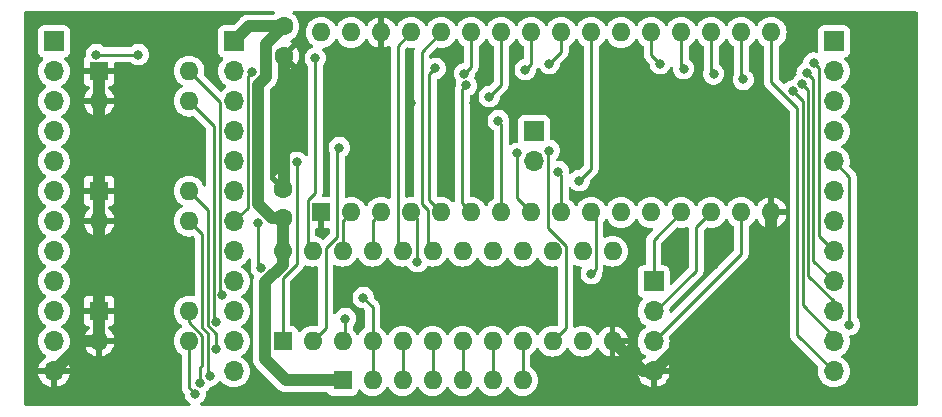
<source format=gbr>
%TF.GenerationSoftware,KiCad,Pcbnew,7.0.2-0*%
%TF.CreationDate,2023-12-14T06:19:47-08:00*%
%TF.ProjectId,c64-rom-326298,6336342d-726f-46d2-9d33-32363239382e,1.0*%
%TF.SameCoordinates,Original*%
%TF.FileFunction,Copper,L2,Bot*%
%TF.FilePolarity,Positive*%
%FSLAX46Y46*%
G04 Gerber Fmt 4.6, Leading zero omitted, Abs format (unit mm)*
G04 Created by KiCad (PCBNEW 7.0.2-0) date 2023-12-14 06:19:47*
%MOMM*%
%LPD*%
G01*
G04 APERTURE LIST*
%TA.AperFunction,ComponentPad*%
%ADD10R,1.600000X1.600000*%
%TD*%
%TA.AperFunction,ComponentPad*%
%ADD11O,1.600000X1.600000*%
%TD*%
%TA.AperFunction,ComponentPad*%
%ADD12C,1.600000*%
%TD*%
%TA.AperFunction,ComponentPad*%
%ADD13R,1.700000X1.700000*%
%TD*%
%TA.AperFunction,ComponentPad*%
%ADD14O,1.700000X1.700000*%
%TD*%
%TA.AperFunction,ViaPad*%
%ADD15C,0.800000*%
%TD*%
%TA.AperFunction,Conductor*%
%ADD16C,0.250000*%
%TD*%
%TA.AperFunction,Conductor*%
%ADD17C,1.000000*%
%TD*%
G04 APERTURE END LIST*
D10*
%TO.P,SW103,1*%
%TO.N,VSS*%
X117840600Y-108331000D03*
D11*
%TO.P,SW103,2*%
X117840600Y-110871000D03*
%TO.P,SW103,3*%
%TO.N,Net-(RN101-R6)*%
X125460600Y-110871000D03*
%TO.P,SW103,4*%
%TO.N,Net-(RN101-R5)*%
X125460600Y-108331000D03*
%TD*%
D10*
%TO.P,U101,1,NC*%
%TO.N,VSS*%
X136652000Y-99974400D03*
D11*
%TO.P,U101,2,A16*%
%TO.N,Net-(U101-A16)*%
X139192000Y-99974400D03*
%TO.P,U101,3,A15*%
%TO.N,Net-(U101-A15)*%
X141732000Y-99974400D03*
%TO.P,U101,4,A12*%
%TO.N,Net-(U101-A12)*%
X144272000Y-99974400D03*
%TO.P,U101,5,A7*%
%TO.N,A7*%
X146812000Y-99974400D03*
%TO.P,U101,6,A6*%
%TO.N,A6*%
X149352000Y-99974400D03*
%TO.P,U101,7,A5*%
%TO.N,A5*%
X151892000Y-99974400D03*
%TO.P,U101,8,A4*%
%TO.N,A4*%
X154432000Y-99974400D03*
%TO.P,U101,9,A3*%
%TO.N,A3*%
X156972000Y-99974400D03*
%TO.P,U101,10,A2*%
%TO.N,A2*%
X159512000Y-99974400D03*
%TO.P,U101,11,A1*%
%TO.N,A1*%
X162052000Y-99974400D03*
%TO.P,U101,12,A0*%
%TO.N,A0*%
X164592000Y-99974400D03*
%TO.P,U101,13,D0*%
%TO.N,D0*%
X167132000Y-99974400D03*
%TO.P,U101,14,D1*%
%TO.N,D1*%
X169672000Y-99974400D03*
%TO.P,U101,15,D2*%
%TO.N,D2*%
X172212000Y-99974400D03*
%TO.P,U101,16,GND*%
%TO.N,VSS*%
X174752000Y-99974400D03*
%TO.P,U101,17,D3*%
%TO.N,D3*%
X174752000Y-84734400D03*
%TO.P,U101,18,D4*%
%TO.N,D4*%
X172212000Y-84734400D03*
%TO.P,U101,19,D5*%
%TO.N,D5*%
X169672000Y-84734400D03*
%TO.P,U101,20,D6*%
%TO.N,D6*%
X167132000Y-84734400D03*
%TO.P,U101,21,D7*%
%TO.N,D7*%
X164592000Y-84734400D03*
%TO.P,U101,22,CE*%
%TO.N,Net-(U101-CE)*%
X162052000Y-84734400D03*
%TO.P,U101,23,A10*%
%TO.N,A10*%
X159512000Y-84734400D03*
%TO.P,U101,24,OE*%
%TO.N,Net-(U101-CE)*%
X156972000Y-84734400D03*
%TO.P,U101,25,A11*%
%TO.N,A11*%
X154432000Y-84734400D03*
%TO.P,U101,26,A9*%
%TO.N,A9*%
X151892000Y-84734400D03*
%TO.P,U101,27,A8*%
%TO.N,A8*%
X149352000Y-84734400D03*
%TO.P,U101,28,A13*%
%TO.N,Net-(U101-A13)*%
X146812000Y-84734400D03*
%TO.P,U101,29,A14*%
%TO.N,Net-(U101-A14)*%
X144272000Y-84734400D03*
%TO.P,U101,30,NC*%
%TO.N,VSS*%
X141732000Y-84734400D03*
%TO.P,U101,31,PGM*%
%TO.N,VCC*%
X139192000Y-84734400D03*
%TO.P,U101,32,VCC*%
X136652000Y-84734400D03*
%TD*%
D10*
%TO.P,SW102,1*%
%TO.N,VSS*%
X117840600Y-98171000D03*
D11*
%TO.P,SW102,2*%
X117840600Y-100711000D03*
%TO.P,SW102,3*%
%TO.N,Net-(RN101-R4)*%
X125460600Y-100711000D03*
%TO.P,SW102,4*%
%TO.N,Net-(RN101-R3)*%
X125460600Y-98171000D03*
%TD*%
D10*
%TO.P,SW101,1*%
%TO.N,VSS*%
X117840600Y-88011000D03*
D11*
%TO.P,SW101,2*%
X117840600Y-90551000D03*
%TO.P,SW101,3*%
%TO.N,Net-(RN101-R2)*%
X125460600Y-90551000D03*
%TO.P,SW101,4*%
%TO.N,Net-(RN101-R1)*%
X125460600Y-88011000D03*
%TD*%
D12*
%TO.P,C102,1*%
%TO.N,VCC*%
X133451600Y-100462400D03*
%TO.P,C102,2*%
%TO.N,VSS*%
X133451600Y-97962400D03*
%TD*%
D10*
%TO.P,U102,1,I1/CLK*%
%TO.N,~{BAS}*%
X133375400Y-110886400D03*
D11*
%TO.P,U102,2,I2*%
%TO.N,~{KRN}*%
X135915400Y-110886400D03*
%TO.P,U102,3,I3*%
%TO.N,~{CHR}*%
X138455400Y-110886400D03*
%TO.P,U102,4,I4*%
%TO.N,Net-(RN101-R1)*%
X140995400Y-110886400D03*
%TO.P,U102,5,I5*%
%TO.N,Net-(RN101-R2)*%
X143535400Y-110886400D03*
%TO.P,U102,6,I6*%
%TO.N,Net-(RN101-R3)*%
X146075400Y-110886400D03*
%TO.P,U102,7,I7*%
%TO.N,Net-(RN101-R4)*%
X148615400Y-110886400D03*
%TO.P,U102,8,I8*%
%TO.N,Net-(RN101-R5)*%
X151155400Y-110886400D03*
%TO.P,U102,9,I9*%
%TO.N,Net-(RN101-R6)*%
X153695400Y-110886400D03*
%TO.P,U102,10,I10*%
%TO.N,IA12*%
X156235400Y-110886400D03*
%TO.P,U102,11,I11*%
%TO.N,unconnected-(U102-I11-Pad11)*%
X158775400Y-110886400D03*
%TO.P,U102,12,GND*%
%TO.N,VSS*%
X161315400Y-110886400D03*
%TO.P,U102,13,I12*%
%TO.N,unconnected-(U102-I12-Pad13)*%
X161315400Y-103266400D03*
%TO.P,U102,14,IO1*%
%TO.N,unconnected-(U102-IO1-Pad14)*%
X158775400Y-103266400D03*
%TO.P,U102,15,IO2*%
%TO.N,unconnected-(U102-IO2-Pad15)*%
X156235400Y-103266400D03*
%TO.P,U102,16,IO3*%
%TO.N,unconnected-(U102-IO3-Pad16)*%
X153695400Y-103266400D03*
%TO.P,U102,17,IO4*%
%TO.N,unconnected-(U102-IO4-Pad17)*%
X151155400Y-103266400D03*
%TO.P,U102,18,IO5*%
%TO.N,Net-(U101-A12)*%
X148615400Y-103266400D03*
%TO.P,U102,19,IO6*%
%TO.N,Net-(U101-A13)*%
X146075400Y-103266400D03*
%TO.P,U102,20,IO7*%
%TO.N,Net-(U101-A14)*%
X143535400Y-103266400D03*
%TO.P,U102,21,IO8*%
%TO.N,Net-(U101-A15)*%
X140995400Y-103266400D03*
%TO.P,U102,22,IO9*%
%TO.N,Net-(U101-A16)*%
X138455400Y-103266400D03*
%TO.P,U102,23,IO10*%
%TO.N,Net-(U101-CE)*%
X135915400Y-103266400D03*
%TO.P,U102,24,VCC*%
%TO.N,VCC*%
X133375400Y-103266400D03*
%TD*%
D12*
%TO.P,C101,1*%
%TO.N,VCC*%
X133477000Y-84226400D03*
%TO.P,C101,2*%
%TO.N,VSS*%
X133477000Y-86726400D03*
%TD*%
D10*
%TO.P,RN101,1,common*%
%TO.N,VCC*%
X138455400Y-114198400D03*
D11*
%TO.P,RN101,2,R1*%
%TO.N,Net-(RN101-R1)*%
X140995400Y-114198400D03*
%TO.P,RN101,3,R2*%
%TO.N,Net-(RN101-R2)*%
X143535400Y-114198400D03*
%TO.P,RN101,4,R3*%
%TO.N,Net-(RN101-R3)*%
X146075400Y-114198400D03*
%TO.P,RN101,5,R4*%
%TO.N,Net-(RN101-R4)*%
X148615400Y-114198400D03*
%TO.P,RN101,6,R5*%
%TO.N,Net-(RN101-R5)*%
X151155400Y-114198400D03*
%TO.P,RN101,7,R6*%
%TO.N,Net-(RN101-R6)*%
X153695400Y-114198400D03*
%TD*%
D13*
%TO.P,J1,1,Pin_1*%
%TO.N,A7*%
X114020600Y-85496400D03*
D14*
%TO.P,J1,2,Pin_2*%
%TO.N,A6*%
X114020600Y-88036400D03*
%TO.P,J1,3,Pin_3*%
%TO.N,A5*%
X114020600Y-90576400D03*
%TO.P,J1,4,Pin_4*%
%TO.N,A4*%
X114020600Y-93116400D03*
%TO.P,J1,5,Pin_5*%
%TO.N,A3*%
X114020600Y-95656400D03*
%TO.P,J1,6,Pin_6*%
%TO.N,A2*%
X114020600Y-98196400D03*
%TO.P,J1,7,Pin_7*%
%TO.N,A1*%
X114020600Y-100736400D03*
%TO.P,J1,8,Pin_8*%
%TO.N,A0*%
X114020600Y-103276400D03*
%TO.P,J1,9,Pin_9*%
%TO.N,unconnected-(J1-Pin_9-Pad9)*%
X114020600Y-105816400D03*
%TO.P,J1,10,Pin_10*%
%TO.N,unconnected-(J1-Pin_10-Pad10)*%
X114020600Y-108356400D03*
%TO.P,J1,11,Pin_11*%
%TO.N,unconnected-(J1-Pin_11-Pad11)*%
X114020600Y-110896400D03*
%TO.P,J1,12,Pin_12*%
%TO.N,VSS*%
X114020600Y-113436400D03*
%TD*%
D13*
%TO.P,J4,1,Pin_1*%
%TO.N,D0*%
X164795200Y-105816400D03*
D14*
%TO.P,J4,2,Pin_2*%
%TO.N,D1*%
X164795200Y-108356400D03*
%TO.P,J4,3,Pin_3*%
%TO.N,D2*%
X164795200Y-110896400D03*
%TO.P,J4,4,Pin_4*%
%TO.N,VSS*%
X164795200Y-113436400D03*
%TD*%
D13*
%TO.P,J3,1,Pin_1*%
%TO.N,unconnected-(J3-Pin_1-Pad1)*%
X154660600Y-93111400D03*
D14*
%TO.P,J3,2,Pin_2*%
%TO.N,~{KRN}*%
X154660600Y-95651400D03*
%TD*%
D13*
%TO.P,J5,1,Pin_1*%
%TO.N,VCC*%
X180060600Y-85496400D03*
D14*
%TO.P,J5,2,Pin_2*%
%TO.N,unconnected-(J5-Pin_2-Pad2)*%
X180060600Y-88036400D03*
%TO.P,J5,3,Pin_3*%
%TO.N,unconnected-(J5-Pin_3-Pad3)*%
X180060600Y-90576400D03*
%TO.P,J5,4,Pin_4*%
%TO.N,unconnected-(J5-Pin_4-Pad4)*%
X180060600Y-93116400D03*
%TO.P,J5,5,Pin_5*%
%TO.N,~{CHR}*%
X180060600Y-95656400D03*
%TO.P,J5,6,Pin_6*%
%TO.N,unconnected-(J5-Pin_6-Pad6)*%
X180060600Y-98196400D03*
%TO.P,J5,7,Pin_7*%
%TO.N,unconnected-(J5-Pin_7-Pad7)*%
X180060600Y-100736400D03*
%TO.P,J5,8,Pin_8*%
%TO.N,D7*%
X180060600Y-103276400D03*
%TO.P,J5,9,Pin_9*%
%TO.N,D6*%
X180060600Y-105816400D03*
%TO.P,J5,10,Pin_10*%
%TO.N,D5*%
X180060600Y-108356400D03*
%TO.P,J5,11,Pin_11*%
%TO.N,D4*%
X180060600Y-110896400D03*
%TO.P,J5,12,Pin_12*%
%TO.N,D3*%
X180060600Y-113436400D03*
%TD*%
D13*
%TO.P,J2,1,Pin_1*%
%TO.N,VCC*%
X129260600Y-85496400D03*
D14*
%TO.P,J2,2,Pin_2*%
%TO.N,A8*%
X129260600Y-88036400D03*
%TO.P,J2,3,Pin_3*%
%TO.N,A9*%
X129260600Y-90576400D03*
%TO.P,J2,4,Pin_4*%
%TO.N,IA12*%
X129260600Y-93116400D03*
%TO.P,J2,5,Pin_5*%
%TO.N,~{BAS}*%
X129260600Y-95656400D03*
%TO.P,J2,6,Pin_6*%
%TO.N,A10*%
X129260600Y-98196400D03*
%TO.P,J2,7,Pin_7*%
%TO.N,A11*%
X129260600Y-100736400D03*
%TO.P,J2,8,Pin_8*%
%TO.N,unconnected-(J2-Pin_8-Pad8)*%
X129260600Y-103276400D03*
%TO.P,J2,9,Pin_9*%
%TO.N,unconnected-(J2-Pin_9-Pad9)*%
X129260600Y-105816400D03*
%TO.P,J2,10,Pin_10*%
%TO.N,unconnected-(J2-Pin_10-Pad10)*%
X129260600Y-108356400D03*
%TO.P,J2,11,Pin_11*%
%TO.N,unconnected-(J2-Pin_11-Pad11)*%
X129260600Y-110896400D03*
%TO.P,J2,12,Pin_12*%
%TO.N,unconnected-(J2-Pin_12-Pad12)*%
X129260600Y-113436400D03*
%TD*%
D15*
%TO.N,A7*%
X121158000Y-86614000D03*
X117602000Y-86611498D03*
%TO.N,VSS*%
X121158000Y-114300000D03*
X167386000Y-104394000D03*
X169926000Y-104394000D03*
X134874000Y-108458000D03*
X149098000Y-107188000D03*
X149606000Y-90678000D03*
X147066000Y-90678000D03*
X144272000Y-90678000D03*
X137922000Y-86868000D03*
X140716000Y-94996000D03*
X140716000Y-92202000D03*
X140716000Y-90678000D03*
X115824000Y-102870000D03*
X115824000Y-93218000D03*
X115824000Y-95250000D03*
%TO.N,A2*%
X131572000Y-104648000D03*
X131318000Y-100838000D03*
X159512000Y-105156000D03*
%TO.N,Net-(RN101-R1)*%
X128270000Y-106934000D03*
X140208000Y-107188000D03*
%TO.N,Net-(RN101-R2)*%
X127766989Y-109215011D03*
%TO.N,Net-(RN101-R3)*%
X127759601Y-111506000D03*
%TO.N,Net-(RN101-R4)*%
X127195738Y-113815754D03*
%TO.N,Net-(RN101-R5)*%
X126385160Y-114400535D03*
%TO.N,Net-(RN101-R6)*%
X125984000Y-115316000D03*
%TO.N,A7*%
X146304000Y-87783402D03*
%TO.N,A6*%
X148948165Y-89216255D03*
%TO.N,A5*%
X151638000Y-92202000D03*
%TO.N,A4*%
X153249168Y-94971236D03*
%TO.N,A3*%
X156718000Y-96520000D03*
%TO.N,D4*%
X172389800Y-88722200D03*
X176577660Y-89701768D03*
%TO.N,D5*%
X177396596Y-89128750D03*
X169875200Y-88265000D03*
%TO.N,D6*%
X167335200Y-87807800D03*
X177787791Y-88155781D03*
%TO.N,D7*%
X178356577Y-87333900D03*
X165354000Y-87376000D03*
%TO.N,A11*%
X153924000Y-87884000D03*
X130784775Y-88110296D03*
%TO.N,A10*%
X158496000Y-97282000D03*
%TO.N,~{BAS}*%
X134576500Y-95726604D03*
%TO.N,IA12*%
X155956000Y-94742000D03*
%TO.N,A9*%
X150876000Y-90170000D03*
%TO.N,A8*%
X148769220Y-88232902D03*
%TO.N,~{KRN}*%
X138176000Y-94488000D03*
%TO.N,~{CHR}*%
X138684000Y-108966000D03*
X181356000Y-109474000D03*
%TO.N,Net-(U101-A12)*%
X144784299Y-104140000D03*
%TO.N,Net-(U101-CE)*%
X155956000Y-87376000D03*
X136144000Y-86905500D03*
%TD*%
D16*
%TO.N,A3*%
X156972000Y-96774000D02*
X156718000Y-96520000D01*
X156972000Y-99974400D02*
X156972000Y-96774000D01*
%TO.N,A7*%
X121155498Y-86611498D02*
X121158000Y-86614000D01*
X117602000Y-86611498D02*
X121155498Y-86611498D01*
D17*
%TO.N,VCC*%
X133477000Y-84226400D02*
X130530600Y-84226400D01*
X130530600Y-84226400D02*
X129260600Y-85496400D01*
D16*
%TO.N,~{BAS}*%
X134576600Y-104365054D02*
X134576600Y-95726704D01*
X133375400Y-105566254D02*
X134576600Y-104365054D01*
X133375400Y-110886400D02*
X133375400Y-105566254D01*
X134576600Y-95726704D02*
X134576500Y-95726604D01*
D17*
%TO.N,VSS*%
X133477000Y-86726400D02*
X133477000Y-97937000D01*
X133477000Y-97937000D02*
X133451600Y-97962400D01*
X164795200Y-113436400D02*
X163865400Y-113436400D01*
X163865400Y-113436400D02*
X161315400Y-110886400D01*
X164795200Y-113436400D02*
X174752000Y-103479600D01*
X174752000Y-103479600D02*
X174752000Y-99974400D01*
X117840600Y-110871000D02*
X116586000Y-110871000D01*
X116586000Y-110871000D02*
X114020600Y-113436400D01*
X117840600Y-107442000D02*
X117840600Y-108331000D01*
X117840600Y-100711000D02*
X117840600Y-107442000D01*
X117840600Y-107442000D02*
X117840600Y-110871000D01*
X117840600Y-98171000D02*
X117840600Y-100711000D01*
X117840600Y-90551000D02*
X117840600Y-98171000D01*
X117840600Y-88011000D02*
X117840600Y-90551000D01*
D16*
%TO.N,Net-(U101-A12)*%
X144784299Y-100486699D02*
X144784299Y-104140000D01*
X144272000Y-99974400D02*
X144784299Y-100486699D01*
%TO.N,Net-(U101-A13)*%
X146075400Y-103266400D02*
X145687000Y-102878000D01*
X145163523Y-86382877D02*
X146812000Y-84734400D01*
X145687000Y-102878000D02*
X145687000Y-99798409D01*
X145163523Y-99274932D02*
X145163523Y-86382877D01*
X145687000Y-99798409D02*
X145163523Y-99274932D01*
D17*
%TO.N,VCC*%
X133477000Y-84226400D02*
X131951600Y-85751800D01*
X131951600Y-85751800D02*
X131951600Y-88520400D01*
X131951600Y-88520400D02*
X131318000Y-89154000D01*
X131318000Y-99263095D02*
X132517305Y-100462400D01*
X131318000Y-89154000D02*
X131318000Y-99263095D01*
X132517305Y-100462400D02*
X133451600Y-100462400D01*
D16*
%TO.N,A11*%
X129260600Y-100736400D02*
X130435600Y-99561400D01*
X130435600Y-99561400D02*
X130435600Y-88459471D01*
X130435600Y-88459471D02*
X130784775Y-88110296D01*
%TO.N,D1*%
X164795200Y-108356400D02*
X164947600Y-108356400D01*
X168402000Y-104902000D02*
X168402000Y-101244400D01*
X164947600Y-108356400D02*
X168402000Y-104902000D01*
X168402000Y-101244400D02*
X169672000Y-99974400D01*
%TO.N,A6*%
X149352000Y-99974400D02*
X148590000Y-99212400D01*
X148590000Y-99212400D02*
X148590000Y-89574420D01*
X148590000Y-89574420D02*
X148948165Y-89216255D01*
%TO.N,A7*%
X146812000Y-99974400D02*
X145796000Y-98958400D01*
X145796000Y-98958400D02*
X145796000Y-88291402D01*
X145796000Y-88291402D02*
X146304000Y-87783402D01*
%TO.N,A5*%
X151892000Y-99974400D02*
X151892000Y-92456000D01*
X151892000Y-92456000D02*
X151638000Y-92202000D01*
%TO.N,Net-(U101-CE)*%
X135527000Y-102878000D02*
X135527000Y-98916380D01*
X136144000Y-98299380D02*
X136144000Y-86905500D01*
X135915400Y-103266400D02*
X135527000Y-102878000D01*
X135527000Y-98916380D02*
X136144000Y-98299380D01*
%TO.N,A2*%
X131318000Y-100838000D02*
X131318000Y-104394000D01*
X131318000Y-104394000D02*
X131572000Y-104648000D01*
D17*
%TO.N,VCC*%
X131875400Y-112386400D02*
X133687400Y-114198400D01*
X133375400Y-103266400D02*
X133375400Y-104399528D01*
X133687400Y-114198400D02*
X138455400Y-114198400D01*
X133375400Y-104399528D02*
X131875400Y-105899528D01*
X131875400Y-105899528D02*
X131875400Y-112386400D01*
D16*
%TO.N,A2*%
X159512000Y-105156000D02*
X159900400Y-104767600D01*
X159900400Y-104767600D02*
X159900400Y-100362800D01*
X159900400Y-100362800D02*
X159512000Y-99974400D01*
%TO.N,~{KRN}*%
X137040400Y-102989600D02*
X138005899Y-102024101D01*
X137040400Y-109761400D02*
X137040400Y-102989600D01*
X135915400Y-110886400D02*
X137040400Y-109761400D01*
X138005899Y-94658101D02*
X138176000Y-94488000D01*
X138005899Y-102024101D02*
X138005899Y-94658101D01*
%TO.N,Net-(RN101-R1)*%
X140995400Y-114198400D02*
X140995400Y-110886400D01*
X128085600Y-106749600D02*
X128270000Y-106934000D01*
X128085600Y-90636000D02*
X128085600Y-106749600D01*
X140995400Y-107975400D02*
X140995400Y-110886400D01*
X140208000Y-107188000D02*
X140995400Y-107975400D01*
X125460600Y-88011000D02*
X128085600Y-90636000D01*
%TO.N,Net-(RN101-R2)*%
X125460600Y-90551000D02*
X127545000Y-92635400D01*
X127545000Y-92635400D02*
X127545000Y-108993022D01*
X127545000Y-108993022D02*
X127766989Y-109215011D01*
X143535400Y-114198400D02*
X143535400Y-110886400D01*
%TO.N,Net-(RN101-R3)*%
X125460600Y-98171000D02*
X127037000Y-99747400D01*
X127037000Y-99747400D02*
X127037000Y-109509620D01*
X146075400Y-114198400D02*
X146075400Y-110886400D01*
X127759601Y-110232221D02*
X127759601Y-111506000D01*
X127037000Y-109509620D02*
X127759601Y-110232221D01*
%TO.N,Net-(RN101-R4)*%
X126585600Y-109769319D02*
X127035101Y-110218820D01*
X126585600Y-101836000D02*
X126585600Y-109769319D01*
X148615400Y-114198400D02*
X148615400Y-110886400D01*
X127035101Y-113655117D02*
X127195738Y-113815754D01*
X125460600Y-100711000D02*
X126585600Y-101836000D01*
X127035101Y-110218820D02*
X127035101Y-113655117D01*
%TO.N,Net-(RN101-R5)*%
X126385160Y-113136840D02*
X126385160Y-114400535D01*
X151155400Y-114198400D02*
X151155400Y-110886400D01*
X126585600Y-110405009D02*
X126585600Y-112936400D01*
X125460600Y-108331000D02*
X125460600Y-109280009D01*
X125460600Y-109280009D02*
X126585600Y-110405009D01*
X126585600Y-112936400D02*
X126385160Y-113136840D01*
%TO.N,Net-(RN101-R6)*%
X125460600Y-110871000D02*
X125460600Y-114792600D01*
X125460600Y-114792600D02*
X125984000Y-115316000D01*
X153695400Y-114198400D02*
X153695400Y-110886400D01*
D17*
%TO.N,VCC*%
X133451600Y-103190200D02*
X133375400Y-103266400D01*
X133451600Y-100462400D02*
X133451600Y-103190200D01*
D16*
%TO.N,A4*%
X154432000Y-99974400D02*
X153249168Y-98791568D01*
X153249168Y-98791568D02*
X153249168Y-94971236D01*
%TO.N,D0*%
X164795200Y-105816400D02*
X164795200Y-102311200D01*
X164795200Y-102311200D02*
X167132000Y-99974400D01*
%TO.N,D2*%
X172212000Y-103479600D02*
X172212000Y-99974400D01*
X164795200Y-110896400D02*
X172212000Y-103479600D01*
%TO.N,D3*%
X176961800Y-91110506D02*
X174752000Y-88900706D01*
X180060600Y-113436400D02*
X176961800Y-110337600D01*
X174752000Y-88900706D02*
X174752000Y-84734400D01*
X176961800Y-110337600D02*
X176961800Y-91110506D01*
%TO.N,D4*%
X180060600Y-110490000D02*
X177419000Y-107848400D01*
X177419000Y-107848400D02*
X177419000Y-90543108D01*
X172212000Y-84734400D02*
X172212000Y-88544400D01*
X172212000Y-88544400D02*
X172389800Y-88722200D01*
X180060600Y-110896400D02*
X180060600Y-110490000D01*
X177419000Y-90543108D02*
X176577660Y-89701768D01*
%TO.N,D5*%
X177876200Y-89608354D02*
X177396596Y-89128750D01*
X177876200Y-105333800D02*
X177876200Y-89608354D01*
X180060600Y-108356400D02*
X180060600Y-107518200D01*
X169672000Y-84734400D02*
X169672000Y-88061800D01*
X169672000Y-88061800D02*
X169875200Y-88265000D01*
X180060600Y-107518200D02*
X177876200Y-105333800D01*
%TO.N,D6*%
X180060600Y-105816400D02*
X178325701Y-104081501D01*
X167132000Y-84734400D02*
X167132000Y-87604600D01*
X178325701Y-104081501D02*
X178325701Y-88693691D01*
X178325701Y-88693691D02*
X177787791Y-88155781D01*
X167132000Y-87604600D02*
X167335200Y-87807800D01*
%TO.N,D7*%
X165354000Y-87376000D02*
X164592000Y-86614000D01*
X178775202Y-101991002D02*
X178775202Y-87752525D01*
X178775202Y-87752525D02*
X178356577Y-87333900D01*
X180060600Y-103276400D02*
X178775202Y-101991002D01*
X164592000Y-86614000D02*
X164592000Y-84734400D01*
%TO.N,A11*%
X154432000Y-87376000D02*
X154432000Y-84734400D01*
X153924000Y-87884000D02*
X154432000Y-87376000D01*
%TO.N,A10*%
X158496000Y-97282000D02*
X159512000Y-96266000D01*
X159512000Y-96266000D02*
X159512000Y-84734400D01*
%TO.N,IA12*%
X155847000Y-101287009D02*
X155847000Y-94851000D01*
X155847000Y-94851000D02*
X155956000Y-94742000D01*
X157360400Y-109761400D02*
X157360400Y-102800409D01*
X157360400Y-102800409D02*
X155847000Y-101287009D01*
X156235400Y-110886400D02*
X157360400Y-109761400D01*
%TO.N,A9*%
X150876000Y-90170000D02*
X151892000Y-89154000D01*
X151892000Y-89154000D02*
X151892000Y-84734400D01*
%TO.N,A8*%
X149352000Y-87650122D02*
X148769220Y-88232902D01*
X149352000Y-84734400D02*
X149352000Y-87650122D01*
%TO.N,~{CHR}*%
X181356000Y-96951800D02*
X181356000Y-109474000D01*
X138684000Y-108966000D02*
X138684000Y-110657800D01*
X180060600Y-95656400D02*
X181356000Y-96951800D01*
X138684000Y-110657800D02*
X138455400Y-110886400D01*
%TO.N,Net-(U101-A16)*%
X138455400Y-100711000D02*
X139192000Y-99974400D01*
X138455400Y-103266400D02*
X138455400Y-100711000D01*
%TO.N,Net-(U101-A15)*%
X140995400Y-103266400D02*
X140995400Y-100711000D01*
X140995400Y-100711000D02*
X141732000Y-99974400D01*
%TO.N,Net-(U101-CE)*%
X156972000Y-86360000D02*
X156972000Y-84734400D01*
X155956000Y-87376000D02*
X156972000Y-86360000D01*
%TO.N,Net-(U101-A14)*%
X143147000Y-102878000D02*
X143147000Y-85859400D01*
X143535400Y-103266400D02*
X143147000Y-102878000D01*
X143147000Y-85859400D02*
X144272000Y-84734400D01*
%TD*%
%TA.AperFunction,Conductor*%
%TO.N,VSS*%
G36*
X118090599Y-110555313D02*
G01*
X118078645Y-110543359D01*
X117965748Y-110485835D01*
X117872081Y-110471000D01*
X117809119Y-110471000D01*
X117715452Y-110485835D01*
X117602555Y-110543359D01*
X117590599Y-110555314D01*
X117590599Y-108646685D01*
X117602555Y-108658641D01*
X117715452Y-108716165D01*
X117809119Y-108731000D01*
X117872081Y-108731000D01*
X117965748Y-108716165D01*
X118078645Y-108658641D01*
X118090599Y-108646685D01*
X118090599Y-110555313D01*
G37*
%TD.AperFunction*%
%TA.AperFunction,Conductor*%
G36*
X118090599Y-100395313D02*
G01*
X118078645Y-100383359D01*
X117965748Y-100325835D01*
X117872081Y-100311000D01*
X117809119Y-100311000D01*
X117715452Y-100325835D01*
X117602555Y-100383359D01*
X117590599Y-100395314D01*
X117590599Y-98486685D01*
X117602555Y-98498641D01*
X117715452Y-98556165D01*
X117809119Y-98571000D01*
X117872081Y-98571000D01*
X117965748Y-98556165D01*
X118078645Y-98498641D01*
X118090599Y-98486685D01*
X118090599Y-100395313D01*
G37*
%TD.AperFunction*%
%TA.AperFunction,Conductor*%
G36*
X118090599Y-90235313D02*
G01*
X118078645Y-90223359D01*
X117965748Y-90165835D01*
X117872081Y-90151000D01*
X117809119Y-90151000D01*
X117715452Y-90165835D01*
X117602555Y-90223359D01*
X117590599Y-90235314D01*
X117590599Y-88326685D01*
X117602555Y-88338641D01*
X117715452Y-88396165D01*
X117809119Y-88411000D01*
X117872081Y-88411000D01*
X117965748Y-88396165D01*
X118078645Y-88338641D01*
X118090599Y-88326685D01*
X118090599Y-90235313D01*
G37*
%TD.AperFunction*%
%TA.AperFunction,Conductor*%
G36*
X132696442Y-82976585D02*
G01*
X132742197Y-83029389D01*
X132752141Y-83098547D01*
X132723116Y-83162103D01*
X132700530Y-83182471D01*
X132670533Y-83203475D01*
X132604330Y-83225802D01*
X132599412Y-83225900D01*
X130544839Y-83225900D01*
X130541697Y-83225860D01*
X130454235Y-83223643D01*
X130396189Y-83234046D01*
X130386864Y-83235354D01*
X130328162Y-83241325D01*
X130299128Y-83250434D01*
X130283888Y-83254175D01*
X130253945Y-83259542D01*
X130199168Y-83281421D01*
X130190298Y-83284579D01*
X130134010Y-83302241D01*
X130107409Y-83317005D01*
X130093239Y-83323735D01*
X130064985Y-83335022D01*
X130015721Y-83367487D01*
X130007670Y-83372364D01*
X129956098Y-83400990D01*
X129933014Y-83420807D01*
X129920487Y-83430253D01*
X129895081Y-83446998D01*
X129853375Y-83488703D01*
X129846468Y-83495104D01*
X129801703Y-83533535D01*
X129783080Y-83557593D01*
X129772708Y-83569369D01*
X129232496Y-84109581D01*
X129171173Y-84143066D01*
X129144815Y-84145900D01*
X128366039Y-84145900D01*
X128366020Y-84145900D01*
X128362728Y-84145901D01*
X128359448Y-84146253D01*
X128359440Y-84146254D01*
X128303115Y-84152309D01*
X128168269Y-84202604D01*
X128053054Y-84288854D01*
X127966804Y-84404068D01*
X127916510Y-84538915D01*
X127916509Y-84538917D01*
X127910100Y-84598527D01*
X127910100Y-84601848D01*
X127910100Y-84601849D01*
X127910100Y-86390960D01*
X127910100Y-86390978D01*
X127910101Y-86394272D01*
X127910453Y-86397552D01*
X127910454Y-86397559D01*
X127916509Y-86453884D01*
X127926742Y-86481320D01*
X127966804Y-86588731D01*
X128053054Y-86703946D01*
X128168269Y-86790196D01*
X128260774Y-86824698D01*
X128299682Y-86839210D01*
X128355616Y-86881081D01*
X128380033Y-86946546D01*
X128365181Y-87014819D01*
X128344031Y-87043073D01*
X128222103Y-87165001D01*
X128086565Y-87358570D01*
X127986697Y-87572736D01*
X127925536Y-87800992D01*
X127904940Y-88036400D01*
X127925536Y-88271807D01*
X127965554Y-88421157D01*
X127986697Y-88500063D01*
X128086565Y-88714230D01*
X128222105Y-88907801D01*
X128389199Y-89074895D01*
X128574760Y-89204826D01*
X128618383Y-89259402D01*
X128625576Y-89328901D01*
X128594054Y-89391255D01*
X128574758Y-89407975D01*
X128395675Y-89533371D01*
X128389195Y-89537908D01*
X128218328Y-89708775D01*
X128157005Y-89742260D01*
X128087313Y-89737276D01*
X128042966Y-89708775D01*
X126760013Y-88425822D01*
X126726528Y-88364499D01*
X126727919Y-88306047D01*
X126735836Y-88276500D01*
X126746235Y-88237692D01*
X126766068Y-88011000D01*
X126746235Y-87784308D01*
X126687339Y-87564504D01*
X126591168Y-87358266D01*
X126590362Y-87357114D01*
X126460646Y-87171859D01*
X126299740Y-87010953D01*
X126113335Y-86880432D01*
X125907097Y-86784261D01*
X125687289Y-86725364D01*
X125460600Y-86705531D01*
X125233910Y-86725364D01*
X125014102Y-86784261D01*
X124807864Y-86880432D01*
X124621459Y-87010953D01*
X124460553Y-87171859D01*
X124330032Y-87358264D01*
X124233861Y-87564502D01*
X124174964Y-87784310D01*
X124155131Y-88010999D01*
X124174964Y-88237689D01*
X124233861Y-88457497D01*
X124330032Y-88663735D01*
X124460553Y-88850140D01*
X124621459Y-89011046D01*
X124807863Y-89141566D01*
X124807866Y-89141568D01*
X124865281Y-89168341D01*
X124865875Y-89168618D01*
X124918314Y-89214791D01*
X124937465Y-89281985D01*
X124917249Y-89348866D01*
X124865875Y-89393382D01*
X124807863Y-89420433D01*
X124621459Y-89550953D01*
X124460553Y-89711859D01*
X124330032Y-89898264D01*
X124233861Y-90104502D01*
X124174964Y-90324310D01*
X124155131Y-90551000D01*
X124174964Y-90777689D01*
X124233861Y-90997497D01*
X124330032Y-91203735D01*
X124460553Y-91390140D01*
X124621459Y-91551046D01*
X124807864Y-91681567D01*
X124807865Y-91681567D01*
X124807866Y-91681568D01*
X125014104Y-91777739D01*
X125233908Y-91836635D01*
X125460600Y-91856468D01*
X125687292Y-91836635D01*
X125755648Y-91818319D01*
X125825498Y-91819982D01*
X125875423Y-91850413D01*
X126883181Y-92858171D01*
X126916666Y-92919494D01*
X126919500Y-92945852D01*
X126919500Y-97663046D01*
X126899815Y-97730085D01*
X126847011Y-97775840D01*
X126777853Y-97785784D01*
X126714297Y-97756759D01*
X126683118Y-97715451D01*
X126591167Y-97518264D01*
X126460646Y-97331859D01*
X126299740Y-97170953D01*
X126113335Y-97040432D01*
X125907097Y-96944261D01*
X125687289Y-96885364D01*
X125460600Y-96865531D01*
X125233910Y-96885364D01*
X125014102Y-96944261D01*
X124807864Y-97040432D01*
X124621459Y-97170953D01*
X124460553Y-97331859D01*
X124330032Y-97518264D01*
X124233861Y-97724502D01*
X124174964Y-97944310D01*
X124155131Y-98171000D01*
X124174964Y-98397689D01*
X124233861Y-98617497D01*
X124330032Y-98823735D01*
X124460553Y-99010140D01*
X124621459Y-99171046D01*
X124750685Y-99261530D01*
X124807866Y-99301568D01*
X124865875Y-99328618D01*
X124918314Y-99374791D01*
X124937465Y-99441985D01*
X124917249Y-99508866D01*
X124865875Y-99553382D01*
X124807863Y-99580433D01*
X124621459Y-99710953D01*
X124460553Y-99871859D01*
X124330032Y-100058264D01*
X124233861Y-100264502D01*
X124174964Y-100484310D01*
X124155131Y-100710999D01*
X124174964Y-100937689D01*
X124233861Y-101157497D01*
X124330032Y-101363735D01*
X124460553Y-101550140D01*
X124621459Y-101711046D01*
X124807864Y-101841567D01*
X124807865Y-101841567D01*
X124807866Y-101841568D01*
X125014104Y-101937739D01*
X125233908Y-101996635D01*
X125460600Y-102016468D01*
X125687292Y-101996635D01*
X125755647Y-101978319D01*
X125825495Y-101979982D01*
X125875420Y-102010412D01*
X125923780Y-102058771D01*
X125957266Y-102120094D01*
X125960100Y-102146453D01*
X125960100Y-106956863D01*
X125940415Y-107023902D01*
X125887611Y-107069657D01*
X125818453Y-107079601D01*
X125804007Y-107076638D01*
X125687291Y-107045364D01*
X125460600Y-107025531D01*
X125233910Y-107045364D01*
X125014102Y-107104261D01*
X124807864Y-107200432D01*
X124621459Y-107330953D01*
X124460553Y-107491859D01*
X124330032Y-107678264D01*
X124233861Y-107884502D01*
X124174964Y-108104310D01*
X124155131Y-108330999D01*
X124174964Y-108557689D01*
X124233861Y-108777497D01*
X124330032Y-108983735D01*
X124460553Y-109170140D01*
X124621459Y-109331046D01*
X124712645Y-109394894D01*
X124807866Y-109461568D01*
X124819483Y-109466985D01*
X124871923Y-109513153D01*
X124873700Y-109517101D01*
X124874010Y-109516918D01*
X124892180Y-109547644D01*
X124900728Y-109565088D01*
X124901174Y-109566215D01*
X124901833Y-109567877D01*
X124908226Y-109637453D01*
X124875988Y-109699441D01*
X124838960Y-109725931D01*
X124807867Y-109740431D01*
X124621459Y-109870953D01*
X124460553Y-110031859D01*
X124330032Y-110218264D01*
X124233861Y-110424502D01*
X124174964Y-110644310D01*
X124155131Y-110871000D01*
X124174964Y-111097689D01*
X124233861Y-111317497D01*
X124330032Y-111523735D01*
X124460553Y-111710140D01*
X124621459Y-111871046D01*
X124782223Y-111983613D01*
X124825848Y-112038189D01*
X124835100Y-112085188D01*
X124835100Y-114709855D01*
X124832835Y-114730366D01*
X124835038Y-114800474D01*
X124835099Y-114804363D01*
X124835099Y-114828061D01*
X124835099Y-114828074D01*
X124835100Y-114831950D01*
X124835586Y-114835802D01*
X124835587Y-114835811D01*
X124835604Y-114835943D01*
X124836518Y-114847567D01*
X124837890Y-114891226D01*
X124843479Y-114910460D01*
X124847425Y-114929516D01*
X124849935Y-114949392D01*
X124866014Y-114990004D01*
X124869797Y-115001051D01*
X124881982Y-115042991D01*
X124892180Y-115060235D01*
X124900736Y-115077700D01*
X124908114Y-115096332D01*
X124908115Y-115096333D01*
X124933780Y-115131659D01*
X124940193Y-115141422D01*
X124962426Y-115179016D01*
X124962429Y-115179019D01*
X124962430Y-115179020D01*
X124976595Y-115193185D01*
X124989227Y-115207975D01*
X125001006Y-115224187D01*
X125034657Y-115252025D01*
X125043298Y-115259888D01*
X125045038Y-115261628D01*
X125078523Y-115322951D01*
X125080678Y-115336347D01*
X125098326Y-115504257D01*
X125156820Y-115684284D01*
X125251466Y-115848216D01*
X125378129Y-115988889D01*
X125540946Y-116107182D01*
X125583612Y-116162512D01*
X125589591Y-116232125D01*
X125556985Y-116293920D01*
X125496147Y-116328277D01*
X125468061Y-116331500D01*
X111605100Y-116331500D01*
X111538061Y-116311815D01*
X111492306Y-116259011D01*
X111481100Y-116207500D01*
X111481100Y-110896400D01*
X112664940Y-110896400D01*
X112685536Y-111131807D01*
X112726959Y-111286400D01*
X112746697Y-111360063D01*
X112846565Y-111574230D01*
X112982105Y-111767801D01*
X113149199Y-111934895D01*
X113335196Y-112065132D01*
X113378819Y-112119707D01*
X113386012Y-112189206D01*
X113354490Y-112251560D01*
X113335195Y-112268280D01*
X113149519Y-112398292D01*
X112982490Y-112565321D01*
X112847000Y-112758821D01*
X112747169Y-112972907D01*
X112689964Y-113186399D01*
X112689964Y-113186400D01*
X113586914Y-113186400D01*
X113561107Y-113226556D01*
X113520600Y-113364511D01*
X113520600Y-113508289D01*
X113561107Y-113646244D01*
X113586914Y-113686400D01*
X112689964Y-113686400D01*
X112747169Y-113899892D01*
X112846999Y-114113976D01*
X112982493Y-114307481D01*
X113149518Y-114474506D01*
X113343023Y-114610000D01*
X113557109Y-114709830D01*
X113770600Y-114767034D01*
X113770600Y-113871901D01*
X113878285Y-113921080D01*
X113984837Y-113936400D01*
X114056363Y-113936400D01*
X114162915Y-113921080D01*
X114270600Y-113871901D01*
X114270600Y-114767033D01*
X114484090Y-114709830D01*
X114698176Y-114610000D01*
X114891681Y-114474506D01*
X115058706Y-114307481D01*
X115194200Y-114113976D01*
X115294030Y-113899892D01*
X115351236Y-113686400D01*
X114454286Y-113686400D01*
X114480093Y-113646244D01*
X114520600Y-113508289D01*
X114520600Y-113364511D01*
X114480093Y-113226556D01*
X114454286Y-113186400D01*
X115351236Y-113186400D01*
X115351235Y-113186399D01*
X115294030Y-112972907D01*
X115194199Y-112758821D01*
X115058709Y-112565321D01*
X114891681Y-112398293D01*
X114706004Y-112268280D01*
X114662380Y-112213703D01*
X114655187Y-112144204D01*
X114686709Y-112081850D01*
X114705999Y-112065134D01*
X114892001Y-111934895D01*
X115059095Y-111767801D01*
X115194635Y-111574230D01*
X115294503Y-111360063D01*
X115355663Y-111131808D01*
X115376259Y-110896400D01*
X115355663Y-110660992D01*
X115294503Y-110432737D01*
X115194635Y-110218571D01*
X115059095Y-110024999D01*
X114892001Y-109857905D01*
X114706439Y-109727973D01*
X114662816Y-109673398D01*
X114655622Y-109603900D01*
X114687145Y-109541545D01*
X114706437Y-109524828D01*
X114892001Y-109394895D01*
X115059095Y-109227801D01*
X115194635Y-109034230D01*
X115294503Y-108820063D01*
X115355663Y-108591808D01*
X115376259Y-108356400D01*
X115355663Y-108120992D01*
X115344947Y-108081000D01*
X116540599Y-108081000D01*
X117524914Y-108081000D01*
X117512959Y-108092955D01*
X117455435Y-108205852D01*
X117435614Y-108331000D01*
X117455435Y-108456148D01*
X117512959Y-108569045D01*
X117524914Y-108581000D01*
X116540600Y-108581000D01*
X116540600Y-109175518D01*
X116540954Y-109182132D01*
X116547000Y-109238371D01*
X116597247Y-109373089D01*
X116683411Y-109488188D01*
X116798510Y-109574352D01*
X116933224Y-109624597D01*
X116969575Y-109628506D01*
X117034126Y-109655245D01*
X117073974Y-109712637D01*
X117076468Y-109782462D01*
X117040816Y-109842551D01*
X117027445Y-109853370D01*
X117001782Y-109871339D01*
X116840941Y-110032180D01*
X116710465Y-110218519D01*
X116614333Y-110424673D01*
X116561728Y-110620999D01*
X116561728Y-110621000D01*
X117524914Y-110621000D01*
X117512959Y-110632955D01*
X117455435Y-110745852D01*
X117435614Y-110871000D01*
X117455435Y-110996148D01*
X117512959Y-111109045D01*
X117524914Y-111121000D01*
X116561728Y-111121000D01*
X116614333Y-111317326D01*
X116710465Y-111523480D01*
X116840941Y-111709819D01*
X117001780Y-111870658D01*
X117188119Y-112001134D01*
X117394273Y-112097266D01*
X117590599Y-112149871D01*
X117590600Y-112149871D01*
X117590600Y-111186686D01*
X117602555Y-111198641D01*
X117715452Y-111256165D01*
X117809119Y-111271000D01*
X117872081Y-111271000D01*
X117965748Y-111256165D01*
X118078645Y-111198641D01*
X118090598Y-111186687D01*
X118090599Y-112149871D01*
X118286926Y-112097266D01*
X118493080Y-112001134D01*
X118679419Y-111870658D01*
X118840258Y-111709819D01*
X118970734Y-111523480D01*
X119066866Y-111317326D01*
X119119472Y-111121000D01*
X118156286Y-111121000D01*
X118168241Y-111109045D01*
X118225765Y-110996148D01*
X118245586Y-110871000D01*
X118225765Y-110745852D01*
X118168241Y-110632955D01*
X118156286Y-110621000D01*
X119119472Y-110621000D01*
X119119471Y-110620999D01*
X119066866Y-110424673D01*
X118970734Y-110218519D01*
X118840258Y-110032180D01*
X118679416Y-109871338D01*
X118653756Y-109853371D01*
X118610131Y-109798794D01*
X118602937Y-109729296D01*
X118634460Y-109666941D01*
X118694690Y-109631527D01*
X118711624Y-109628506D01*
X118747975Y-109624597D01*
X118882689Y-109574352D01*
X118997788Y-109488188D01*
X119083952Y-109373089D01*
X119134199Y-109238371D01*
X119140245Y-109182132D01*
X119140600Y-109175518D01*
X119140600Y-108581000D01*
X118156286Y-108581000D01*
X118168241Y-108569045D01*
X118225765Y-108456148D01*
X118245586Y-108331000D01*
X118225765Y-108205852D01*
X118168241Y-108092955D01*
X118156286Y-108081000D01*
X119140600Y-108081000D01*
X119140600Y-107486481D01*
X119140245Y-107479867D01*
X119134199Y-107423628D01*
X119083952Y-107288910D01*
X118997788Y-107173811D01*
X118882689Y-107087647D01*
X118747971Y-107037400D01*
X118691732Y-107031354D01*
X118685118Y-107031000D01*
X118090600Y-107031000D01*
X118090599Y-108015313D01*
X118078645Y-108003359D01*
X117965748Y-107945835D01*
X117872081Y-107931000D01*
X117809119Y-107931000D01*
X117715452Y-107945835D01*
X117602555Y-108003359D01*
X117590600Y-108015314D01*
X117590600Y-107031000D01*
X116996082Y-107031000D01*
X116989467Y-107031354D01*
X116933228Y-107037400D01*
X116798510Y-107087647D01*
X116683411Y-107173811D01*
X116597247Y-107288910D01*
X116547000Y-107423628D01*
X116540954Y-107479867D01*
X116540600Y-107486481D01*
X116540599Y-108081000D01*
X115344947Y-108081000D01*
X115294503Y-107892737D01*
X115194635Y-107678571D01*
X115059095Y-107484999D01*
X114892001Y-107317905D01*
X114706439Y-107187973D01*
X114662817Y-107133398D01*
X114655624Y-107063899D01*
X114687146Y-107001545D01*
X114706437Y-106984828D01*
X114892001Y-106854895D01*
X115059095Y-106687801D01*
X115194635Y-106494230D01*
X115294503Y-106280063D01*
X115355663Y-106051808D01*
X115376259Y-105816400D01*
X115355663Y-105580992D01*
X115294503Y-105352737D01*
X115194635Y-105138571D01*
X115059095Y-104944999D01*
X114892001Y-104777905D01*
X114706439Y-104647973D01*
X114662816Y-104593398D01*
X114655622Y-104523900D01*
X114687145Y-104461545D01*
X114706437Y-104444828D01*
X114892001Y-104314895D01*
X115059095Y-104147801D01*
X115194635Y-103954230D01*
X115294503Y-103740063D01*
X115355663Y-103511808D01*
X115376259Y-103276400D01*
X115355663Y-103040992D01*
X115294503Y-102812737D01*
X115194635Y-102598571D01*
X115059095Y-102404999D01*
X114892001Y-102237905D01*
X114706439Y-102107973D01*
X114662816Y-102053398D01*
X114655622Y-101983900D01*
X114687145Y-101921545D01*
X114706437Y-101904828D01*
X114892001Y-101774895D01*
X115059095Y-101607801D01*
X115194635Y-101414230D01*
X115294503Y-101200063D01*
X115355663Y-100971808D01*
X115376259Y-100736400D01*
X115355663Y-100500992D01*
X115294503Y-100272737D01*
X115194635Y-100058571D01*
X115059095Y-99864999D01*
X114892001Y-99697905D01*
X114706439Y-99567973D01*
X114662816Y-99513398D01*
X114655622Y-99443900D01*
X114687145Y-99381545D01*
X114706437Y-99364828D01*
X114892001Y-99234895D01*
X115059095Y-99067801D01*
X115194635Y-98874230D01*
X115294503Y-98660063D01*
X115355663Y-98431808D01*
X115376259Y-98196400D01*
X115366735Y-98087548D01*
X115355663Y-97960992D01*
X115344947Y-97921000D01*
X116540599Y-97921000D01*
X117524914Y-97921000D01*
X117512959Y-97932955D01*
X117455435Y-98045852D01*
X117435614Y-98171000D01*
X117455435Y-98296148D01*
X117512959Y-98409045D01*
X117524914Y-98421000D01*
X116540600Y-98421000D01*
X116540600Y-99015518D01*
X116540954Y-99022132D01*
X116547000Y-99078371D01*
X116597247Y-99213089D01*
X116683411Y-99328188D01*
X116798510Y-99414352D01*
X116933224Y-99464597D01*
X116969575Y-99468506D01*
X117034126Y-99495245D01*
X117073974Y-99552637D01*
X117076468Y-99622462D01*
X117040816Y-99682551D01*
X117027445Y-99693370D01*
X117001782Y-99711339D01*
X116840941Y-99872180D01*
X116710465Y-100058519D01*
X116614333Y-100264673D01*
X116561728Y-100460999D01*
X116561728Y-100461000D01*
X117524914Y-100461000D01*
X117512959Y-100472955D01*
X117455435Y-100585852D01*
X117435614Y-100711000D01*
X117455435Y-100836148D01*
X117512959Y-100949045D01*
X117524914Y-100961000D01*
X116561728Y-100961000D01*
X116614333Y-101157326D01*
X116710465Y-101363480D01*
X116840941Y-101549819D01*
X117001780Y-101710658D01*
X117188119Y-101841134D01*
X117394273Y-101937266D01*
X117590599Y-101989871D01*
X117590600Y-101989871D01*
X117590600Y-101026686D01*
X117602555Y-101038641D01*
X117715452Y-101096165D01*
X117809119Y-101111000D01*
X117872081Y-101111000D01*
X117965748Y-101096165D01*
X118078645Y-101038641D01*
X118090598Y-101026687D01*
X118090599Y-101989871D01*
X118286926Y-101937266D01*
X118493080Y-101841134D01*
X118679419Y-101710658D01*
X118840258Y-101549819D01*
X118970734Y-101363480D01*
X119066866Y-101157326D01*
X119119472Y-100961000D01*
X118156286Y-100961000D01*
X118168241Y-100949045D01*
X118225765Y-100836148D01*
X118245586Y-100711000D01*
X118225765Y-100585852D01*
X118168241Y-100472955D01*
X118156286Y-100461000D01*
X119119472Y-100461000D01*
X119119471Y-100460999D01*
X119066866Y-100264673D01*
X118970734Y-100058519D01*
X118840258Y-99872180D01*
X118679416Y-99711338D01*
X118653756Y-99693371D01*
X118610131Y-99638794D01*
X118602937Y-99569296D01*
X118634460Y-99506941D01*
X118694690Y-99471527D01*
X118711624Y-99468506D01*
X118747975Y-99464597D01*
X118882689Y-99414352D01*
X118997788Y-99328188D01*
X119083952Y-99213089D01*
X119134199Y-99078371D01*
X119140245Y-99022132D01*
X119140600Y-99015518D01*
X119140600Y-98421000D01*
X118156286Y-98421000D01*
X118168241Y-98409045D01*
X118225765Y-98296148D01*
X118245586Y-98171000D01*
X118225765Y-98045852D01*
X118168241Y-97932955D01*
X118156286Y-97921000D01*
X119140600Y-97921000D01*
X119140600Y-97326481D01*
X119140245Y-97319867D01*
X119134199Y-97263628D01*
X119083952Y-97128910D01*
X118997788Y-97013811D01*
X118882689Y-96927647D01*
X118747971Y-96877400D01*
X118691732Y-96871354D01*
X118685118Y-96871000D01*
X118090600Y-96871000D01*
X118090599Y-97855313D01*
X118078645Y-97843359D01*
X117965748Y-97785835D01*
X117872081Y-97771000D01*
X117809119Y-97771000D01*
X117715452Y-97785835D01*
X117602555Y-97843359D01*
X117590600Y-97855314D01*
X117590600Y-96871000D01*
X116996082Y-96871000D01*
X116989467Y-96871354D01*
X116933228Y-96877400D01*
X116798510Y-96927647D01*
X116683411Y-97013811D01*
X116597247Y-97128910D01*
X116547000Y-97263628D01*
X116540954Y-97319867D01*
X116540600Y-97326481D01*
X116540599Y-97921000D01*
X115344947Y-97921000D01*
X115332546Y-97874718D01*
X115294503Y-97732737D01*
X115194635Y-97518571D01*
X115059095Y-97324999D01*
X114892001Y-97157905D01*
X114706439Y-97027973D01*
X114662817Y-96973398D01*
X114655624Y-96903899D01*
X114687146Y-96841545D01*
X114706437Y-96824828D01*
X114892001Y-96694895D01*
X115059095Y-96527801D01*
X115194635Y-96334230D01*
X115294503Y-96120063D01*
X115355663Y-95891808D01*
X115376259Y-95656400D01*
X115366688Y-95547011D01*
X115355663Y-95420992D01*
X115332191Y-95333393D01*
X115294503Y-95192737D01*
X115194635Y-94978571D01*
X115059095Y-94784999D01*
X114892001Y-94617905D01*
X114706439Y-94487973D01*
X114662816Y-94433398D01*
X114655622Y-94363900D01*
X114687145Y-94301545D01*
X114706437Y-94284828D01*
X114892001Y-94154895D01*
X115059095Y-93987801D01*
X115194635Y-93794230D01*
X115294503Y-93580063D01*
X115355663Y-93351808D01*
X115376259Y-93116400D01*
X115355663Y-92880992D01*
X115294503Y-92652737D01*
X115194635Y-92438571D01*
X115059095Y-92244999D01*
X114892001Y-92077905D01*
X114706439Y-91947973D01*
X114662816Y-91893398D01*
X114655622Y-91823900D01*
X114687145Y-91761545D01*
X114706437Y-91744828D01*
X114892001Y-91614895D01*
X115059095Y-91447801D01*
X115194635Y-91254230D01*
X115294503Y-91040063D01*
X115355663Y-90811808D01*
X115376259Y-90576400D01*
X115359794Y-90388214D01*
X115355663Y-90340992D01*
X115344947Y-90300999D01*
X115294503Y-90112737D01*
X115194635Y-89898571D01*
X115059095Y-89704999D01*
X114892001Y-89537905D01*
X114706439Y-89407973D01*
X114662816Y-89353398D01*
X114655622Y-89283900D01*
X114687145Y-89221545D01*
X114706437Y-89204828D01*
X114892001Y-89074895D01*
X115059095Y-88907801D01*
X115194635Y-88714230D01*
X115294503Y-88500063D01*
X115355663Y-88271808D01*
X115376259Y-88036400D01*
X115355663Y-87800992D01*
X115344947Y-87761000D01*
X116540599Y-87761000D01*
X117524914Y-87761000D01*
X117512959Y-87772955D01*
X117455435Y-87885852D01*
X117435614Y-88011000D01*
X117455435Y-88136148D01*
X117512959Y-88249045D01*
X117524914Y-88261000D01*
X116540600Y-88261000D01*
X116540600Y-88855518D01*
X116540954Y-88862132D01*
X116547000Y-88918371D01*
X116597247Y-89053089D01*
X116683411Y-89168188D01*
X116798510Y-89254352D01*
X116933224Y-89304597D01*
X116969575Y-89308506D01*
X117034126Y-89335245D01*
X117073974Y-89392637D01*
X117076468Y-89462462D01*
X117040816Y-89522551D01*
X117027445Y-89533370D01*
X117001782Y-89551339D01*
X116840941Y-89712180D01*
X116710465Y-89898519D01*
X116614333Y-90104673D01*
X116561728Y-90300999D01*
X116561728Y-90301000D01*
X117524914Y-90301000D01*
X117512959Y-90312955D01*
X117455435Y-90425852D01*
X117435614Y-90551000D01*
X117455435Y-90676148D01*
X117512959Y-90789045D01*
X117524914Y-90801000D01*
X116561728Y-90801000D01*
X116614333Y-90997326D01*
X116710465Y-91203480D01*
X116840941Y-91389819D01*
X117001780Y-91550658D01*
X117188119Y-91681134D01*
X117394273Y-91777266D01*
X117590599Y-91829871D01*
X117590600Y-91829871D01*
X117590600Y-90866686D01*
X117602555Y-90878641D01*
X117715452Y-90936165D01*
X117809119Y-90951000D01*
X117872081Y-90951000D01*
X117965748Y-90936165D01*
X118078645Y-90878641D01*
X118090598Y-90866687D01*
X118090599Y-91829871D01*
X118286926Y-91777266D01*
X118493080Y-91681134D01*
X118679419Y-91550658D01*
X118840258Y-91389819D01*
X118970734Y-91203480D01*
X119066866Y-90997326D01*
X119119472Y-90801000D01*
X118156286Y-90801000D01*
X118168241Y-90789045D01*
X118225765Y-90676148D01*
X118245586Y-90551000D01*
X118225765Y-90425852D01*
X118168241Y-90312955D01*
X118156286Y-90301000D01*
X119119472Y-90301000D01*
X119119471Y-90300999D01*
X119066866Y-90104673D01*
X118970734Y-89898519D01*
X118840258Y-89712180D01*
X118679416Y-89551338D01*
X118653756Y-89533371D01*
X118610131Y-89478794D01*
X118602937Y-89409296D01*
X118634460Y-89346941D01*
X118694690Y-89311527D01*
X118711624Y-89308506D01*
X118747975Y-89304597D01*
X118882689Y-89254352D01*
X118997788Y-89168188D01*
X119083952Y-89053089D01*
X119134199Y-88918371D01*
X119140245Y-88862132D01*
X119140600Y-88855518D01*
X119140600Y-88261000D01*
X118156286Y-88261000D01*
X118168241Y-88249045D01*
X118225765Y-88136148D01*
X118245586Y-88011000D01*
X118225765Y-87885852D01*
X118168241Y-87772955D01*
X118156286Y-87761000D01*
X119140600Y-87761000D01*
X119140600Y-87360998D01*
X119160285Y-87293959D01*
X119213089Y-87248204D01*
X119264600Y-87236998D01*
X120451999Y-87236998D01*
X120519038Y-87256683D01*
X120544148Y-87278025D01*
X120552129Y-87286888D01*
X120705269Y-87398151D01*
X120878197Y-87475144D01*
X121063352Y-87514500D01*
X121063354Y-87514500D01*
X121252648Y-87514500D01*
X121400349Y-87483105D01*
X121437803Y-87475144D01*
X121610730Y-87398151D01*
X121661867Y-87360998D01*
X121763870Y-87286889D01*
X121790374Y-87257454D01*
X121890533Y-87146216D01*
X121985179Y-86982284D01*
X122043674Y-86802256D01*
X122063460Y-86614000D01*
X122043674Y-86425744D01*
X122003969Y-86303546D01*
X121985179Y-86245715D01*
X121890533Y-86081783D01*
X121763870Y-85941110D01*
X121610730Y-85829848D01*
X121437802Y-85752855D01*
X121252648Y-85713500D01*
X121252646Y-85713500D01*
X121063354Y-85713500D01*
X121063352Y-85713500D01*
X120878197Y-85752855D01*
X120705269Y-85829848D01*
X120552129Y-85941110D01*
X120548655Y-85944970D01*
X120489169Y-85981619D01*
X120456505Y-85985998D01*
X118305747Y-85985998D01*
X118238708Y-85966313D01*
X118213599Y-85944971D01*
X118207871Y-85938610D01*
X118054730Y-85827347D01*
X118054729Y-85827346D01*
X118054727Y-85827345D01*
X117881802Y-85750353D01*
X117696648Y-85710998D01*
X117696646Y-85710998D01*
X117507354Y-85710998D01*
X117507352Y-85710998D01*
X117322197Y-85750353D01*
X117149269Y-85827346D01*
X116996129Y-85938608D01*
X116869466Y-86079281D01*
X116774820Y-86243213D01*
X116716326Y-86423240D01*
X116704486Y-86535896D01*
X116696540Y-86611498D01*
X116708507Y-86725364D01*
X116712174Y-86760248D01*
X116699604Y-86828978D01*
X116688120Y-86847520D01*
X116597247Y-86968910D01*
X116547000Y-87103628D01*
X116540954Y-87159867D01*
X116540600Y-87166481D01*
X116540599Y-87761000D01*
X115344947Y-87761000D01*
X115294503Y-87572737D01*
X115194635Y-87358571D01*
X115059095Y-87164999D01*
X114937168Y-87043073D01*
X114903684Y-86981750D01*
X114908668Y-86912058D01*
X114950540Y-86856125D01*
X114981515Y-86839210D01*
X115112931Y-86790196D01*
X115228146Y-86703946D01*
X115314396Y-86588731D01*
X115364691Y-86453883D01*
X115371100Y-86394273D01*
X115371099Y-84598528D01*
X115364691Y-84538917D01*
X115314396Y-84404069D01*
X115228146Y-84288854D01*
X115112931Y-84202604D01*
X114978083Y-84152309D01*
X114918473Y-84145900D01*
X114915150Y-84145900D01*
X113126039Y-84145900D01*
X113126020Y-84145900D01*
X113122728Y-84145901D01*
X113119448Y-84146253D01*
X113119440Y-84146254D01*
X113063115Y-84152309D01*
X112928269Y-84202604D01*
X112813054Y-84288854D01*
X112726804Y-84404068D01*
X112676510Y-84538915D01*
X112676509Y-84538917D01*
X112670100Y-84598527D01*
X112670100Y-84601848D01*
X112670100Y-84601849D01*
X112670100Y-86390960D01*
X112670100Y-86390978D01*
X112670101Y-86394272D01*
X112670453Y-86397552D01*
X112670454Y-86397559D01*
X112676509Y-86453884D01*
X112686742Y-86481320D01*
X112726804Y-86588731D01*
X112813054Y-86703946D01*
X112928269Y-86790196D01*
X113020774Y-86824698D01*
X113059682Y-86839210D01*
X113115616Y-86881081D01*
X113140033Y-86946546D01*
X113125181Y-87014819D01*
X113104031Y-87043073D01*
X112982103Y-87165001D01*
X112846565Y-87358570D01*
X112746697Y-87572736D01*
X112685536Y-87800992D01*
X112664940Y-88036400D01*
X112685536Y-88271807D01*
X112725554Y-88421157D01*
X112746697Y-88500063D01*
X112846565Y-88714230D01*
X112982105Y-88907801D01*
X113149199Y-89074895D01*
X113334760Y-89204826D01*
X113378383Y-89259402D01*
X113385576Y-89328901D01*
X113354054Y-89391255D01*
X113334758Y-89407975D01*
X113155675Y-89533371D01*
X113149195Y-89537908D01*
X112982105Y-89704998D01*
X112846565Y-89898570D01*
X112746697Y-90112736D01*
X112685536Y-90340992D01*
X112664940Y-90576399D01*
X112685536Y-90811807D01*
X112707852Y-90895090D01*
X112746697Y-91040063D01*
X112846565Y-91254230D01*
X112982105Y-91447801D01*
X113149199Y-91614895D01*
X113334760Y-91744826D01*
X113378383Y-91799402D01*
X113385576Y-91868901D01*
X113354054Y-91931255D01*
X113334759Y-91947975D01*
X113149195Y-92077908D01*
X112982105Y-92244998D01*
X112846565Y-92438570D01*
X112746697Y-92652736D01*
X112685536Y-92880992D01*
X112664940Y-93116400D01*
X112685536Y-93351807D01*
X112730309Y-93518901D01*
X112746697Y-93580063D01*
X112846565Y-93794230D01*
X112982105Y-93987801D01*
X113149199Y-94154895D01*
X113334760Y-94284826D01*
X113378383Y-94339402D01*
X113385576Y-94408901D01*
X113354054Y-94471255D01*
X113334759Y-94487975D01*
X113149195Y-94617908D01*
X112982105Y-94784998D01*
X112846565Y-94978570D01*
X112746697Y-95192736D01*
X112685536Y-95420992D01*
X112664940Y-95656399D01*
X112685536Y-95891807D01*
X112711253Y-95987783D01*
X112746697Y-96120063D01*
X112846565Y-96334230D01*
X112982105Y-96527801D01*
X113149199Y-96694895D01*
X113334760Y-96824826D01*
X113378383Y-96879402D01*
X113385576Y-96948901D01*
X113354054Y-97011255D01*
X113334758Y-97027975D01*
X113190609Y-97128910D01*
X113149195Y-97157908D01*
X112982105Y-97324998D01*
X112846565Y-97518570D01*
X112746697Y-97732736D01*
X112685536Y-97960992D01*
X112664940Y-98196400D01*
X112685536Y-98431807D01*
X112712511Y-98532477D01*
X112746697Y-98660063D01*
X112846565Y-98874230D01*
X112982105Y-99067801D01*
X113149199Y-99234895D01*
X113334760Y-99364826D01*
X113378383Y-99419402D01*
X113385576Y-99488901D01*
X113354054Y-99551255D01*
X113334758Y-99567975D01*
X113155675Y-99693371D01*
X113149195Y-99697908D01*
X112982105Y-99864998D01*
X112846565Y-100058570D01*
X112746697Y-100272736D01*
X112685536Y-100500992D01*
X112664940Y-100736400D01*
X112685536Y-100971807D01*
X112718858Y-101096165D01*
X112746697Y-101200063D01*
X112846565Y-101414230D01*
X112982105Y-101607801D01*
X113149199Y-101774895D01*
X113334760Y-101904826D01*
X113378383Y-101959402D01*
X113385576Y-102028901D01*
X113354054Y-102091255D01*
X113334758Y-102107975D01*
X113157380Y-102232177D01*
X113149195Y-102237908D01*
X112982105Y-102404998D01*
X112846565Y-102598570D01*
X112746697Y-102812736D01*
X112685536Y-103040992D01*
X112664940Y-103276399D01*
X112685536Y-103511807D01*
X112724037Y-103655495D01*
X112746697Y-103740063D01*
X112846565Y-103954230D01*
X112982105Y-104147801D01*
X113149199Y-104314895D01*
X113334760Y-104444826D01*
X113378383Y-104499402D01*
X113385576Y-104568901D01*
X113354054Y-104631255D01*
X113334758Y-104647975D01*
X113151279Y-104776449D01*
X113149195Y-104777908D01*
X112982105Y-104944998D01*
X112846565Y-105138570D01*
X112746697Y-105352736D01*
X112685536Y-105580992D01*
X112664940Y-105816400D01*
X112685536Y-106051807D01*
X112730309Y-106218901D01*
X112746697Y-106280063D01*
X112846565Y-106494230D01*
X112982105Y-106687801D01*
X113149199Y-106854895D01*
X113334760Y-106984826D01*
X113378383Y-107039402D01*
X113385576Y-107108901D01*
X113354054Y-107171255D01*
X113334758Y-107187975D01*
X113190609Y-107288910D01*
X113149195Y-107317908D01*
X112982105Y-107484998D01*
X112846565Y-107678570D01*
X112746697Y-107892736D01*
X112685536Y-108120992D01*
X112664940Y-108356399D01*
X112685536Y-108591807D01*
X112718858Y-108716165D01*
X112746697Y-108820063D01*
X112846565Y-109034230D01*
X112982105Y-109227801D01*
X113149199Y-109394895D01*
X113334760Y-109524826D01*
X113378383Y-109579402D01*
X113385576Y-109648901D01*
X113354054Y-109711255D01*
X113334758Y-109727975D01*
X113155675Y-109853371D01*
X113149195Y-109857908D01*
X112982105Y-110024998D01*
X112846565Y-110218570D01*
X112746697Y-110432736D01*
X112685536Y-110660992D01*
X112664940Y-110896400D01*
X111481100Y-110896400D01*
X111481100Y-83080900D01*
X111500785Y-83013861D01*
X111553589Y-82968106D01*
X111605100Y-82956900D01*
X132629403Y-82956900D01*
X132696442Y-82976585D01*
G37*
%TD.AperFunction*%
%TA.AperFunction,Conductor*%
G36*
X187115139Y-82976585D02*
G01*
X187160894Y-83029389D01*
X187172100Y-83080900D01*
X187172100Y-116207500D01*
X187152415Y-116274539D01*
X187099611Y-116320294D01*
X187048100Y-116331500D01*
X126499939Y-116331500D01*
X126432900Y-116311815D01*
X126387145Y-116259011D01*
X126377201Y-116189853D01*
X126406226Y-116126297D01*
X126427054Y-116107182D01*
X126589870Y-115988889D01*
X126716533Y-115848216D01*
X126811179Y-115684284D01*
X126869674Y-115504256D01*
X126889460Y-115316000D01*
X126880462Y-115230389D01*
X126893032Y-115161660D01*
X126930896Y-115117112D01*
X126991031Y-115073423D01*
X127117693Y-114932751D01*
X127208411Y-114775621D01*
X127258977Y-114727407D01*
X127290018Y-114716332D01*
X127475540Y-114676899D01*
X127648468Y-114599905D01*
X127801608Y-114488643D01*
X127858833Y-114425089D01*
X127928271Y-114347970D01*
X127976450Y-114264520D01*
X128027016Y-114216306D01*
X128095623Y-114203082D01*
X128160488Y-114229050D01*
X128185409Y-114255394D01*
X128222105Y-114307801D01*
X128389199Y-114474895D01*
X128582770Y-114610435D01*
X128796937Y-114710303D01*
X129008659Y-114767033D01*
X129025192Y-114771463D01*
X129260599Y-114792059D01*
X129260599Y-114792058D01*
X129260600Y-114792059D01*
X129496008Y-114771463D01*
X129724263Y-114710303D01*
X129938430Y-114610435D01*
X130132001Y-114474895D01*
X130299095Y-114307801D01*
X130434635Y-114114230D01*
X130534503Y-113900063D01*
X130595663Y-113671808D01*
X130616259Y-113436400D01*
X130595663Y-113200992D01*
X130534503Y-112972737D01*
X130434635Y-112758571D01*
X130299095Y-112564999D01*
X130132001Y-112397905D01*
X129946439Y-112267973D01*
X129902816Y-112213398D01*
X129895622Y-112143900D01*
X129927145Y-112081545D01*
X129946437Y-112064828D01*
X130132001Y-111934895D01*
X130299095Y-111767801D01*
X130434635Y-111574230D01*
X130534503Y-111360063D01*
X130595663Y-111131808D01*
X130616259Y-110896400D01*
X130595663Y-110660992D01*
X130534503Y-110432737D01*
X130434635Y-110218571D01*
X130299095Y-110024999D01*
X130132001Y-109857905D01*
X129946439Y-109727973D01*
X129902816Y-109673398D01*
X129895622Y-109603900D01*
X129927145Y-109541545D01*
X129946437Y-109524828D01*
X130132001Y-109394895D01*
X130299095Y-109227801D01*
X130434635Y-109034230D01*
X130534503Y-108820063D01*
X130595663Y-108591808D01*
X130616259Y-108356400D01*
X130595663Y-108120992D01*
X130534503Y-107892737D01*
X130434635Y-107678571D01*
X130299095Y-107484999D01*
X130132001Y-107317905D01*
X129946439Y-107187973D01*
X129902817Y-107133398D01*
X129895624Y-107063899D01*
X129927146Y-107001545D01*
X129946437Y-106984828D01*
X130132001Y-106854895D01*
X130299095Y-106687801D01*
X130434635Y-106494230D01*
X130534503Y-106280063D01*
X130595663Y-106051808D01*
X130616259Y-105816400D01*
X130614630Y-105797786D01*
X130595663Y-105580992D01*
X130564768Y-105465689D01*
X130534503Y-105352737D01*
X130434635Y-105138571D01*
X130299095Y-104944999D01*
X130132001Y-104777905D01*
X129946439Y-104647973D01*
X129902816Y-104593398D01*
X129895622Y-104523900D01*
X129927145Y-104461545D01*
X129946437Y-104444828D01*
X130132001Y-104314895D01*
X130299095Y-104147801D01*
X130434635Y-103954230D01*
X130456118Y-103908157D01*
X130502288Y-103855721D01*
X130569481Y-103836568D01*
X130636362Y-103856783D01*
X130681698Y-103909947D01*
X130692499Y-103960564D01*
X130692500Y-104311256D01*
X130690235Y-104331766D01*
X130692439Y-104401872D01*
X130692500Y-104405767D01*
X130692500Y-104421102D01*
X130686432Y-104459418D01*
X130686325Y-104459744D01*
X130666540Y-104647999D01*
X130686326Y-104836257D01*
X130744820Y-105016284D01*
X130839466Y-105180216D01*
X130959667Y-105313712D01*
X130989897Y-105376703D01*
X130981468Y-105445583D01*
X130972840Y-105465689D01*
X130968799Y-105474199D01*
X130941490Y-105526480D01*
X130933120Y-105555729D01*
X130927859Y-105570506D01*
X130915860Y-105598470D01*
X130903987Y-105656241D01*
X130901742Y-105665388D01*
X130885513Y-105722108D01*
X130883202Y-105752453D01*
X130881022Y-105767994D01*
X130874900Y-105797786D01*
X130874900Y-105856769D01*
X130874542Y-105866183D01*
X130870063Y-105925005D01*
X130873906Y-105955179D01*
X130874900Y-105970845D01*
X130874900Y-112372121D01*
X130874860Y-112375263D01*
X130872642Y-112462762D01*
X130883048Y-112520820D01*
X130884357Y-112530149D01*
X130890326Y-112588838D01*
X130899433Y-112617867D01*
X130903172Y-112633102D01*
X130908541Y-112663052D01*
X130930420Y-112717825D01*
X130933580Y-112726700D01*
X130943579Y-112758570D01*
X130951241Y-112782988D01*
X130966007Y-112809591D01*
X130972737Y-112823764D01*
X130984022Y-112852017D01*
X131016480Y-112901267D01*
X131021361Y-112909323D01*
X131049990Y-112960901D01*
X131069804Y-112983981D01*
X131079256Y-112996516D01*
X131095999Y-113021920D01*
X131137700Y-113063621D01*
X131144105Y-113070532D01*
X131182534Y-113115296D01*
X131206593Y-113133919D01*
X131218372Y-113144293D01*
X132969831Y-114895751D01*
X132972024Y-114898000D01*
X133032342Y-114961454D01*
X133080762Y-114995155D01*
X133088271Y-115000816D01*
X133133993Y-115038098D01*
X133160962Y-115052185D01*
X133174382Y-115060316D01*
X133199349Y-115077694D01*
X133199350Y-115077694D01*
X133199351Y-115077695D01*
X133242780Y-115096332D01*
X133253563Y-115100959D01*
X133262063Y-115104995D01*
X133313107Y-115131659D01*
X133314351Y-115132309D01*
X133343596Y-115140677D01*
X133358386Y-115145943D01*
X133365864Y-115149152D01*
X133386342Y-115157940D01*
X133444137Y-115169816D01*
X133453254Y-115172054D01*
X133509982Y-115188287D01*
X133540316Y-115190596D01*
X133555853Y-115192774D01*
X133585659Y-115198900D01*
X133644642Y-115198900D01*
X133654056Y-115199258D01*
X133712876Y-115203737D01*
X133743051Y-115199893D01*
X133758717Y-115198900D01*
X137118220Y-115198900D01*
X137185259Y-115218585D01*
X137217487Y-115248589D01*
X137277657Y-115328967D01*
X137297854Y-115355946D01*
X137413069Y-115442196D01*
X137547917Y-115492491D01*
X137607527Y-115498900D01*
X139303272Y-115498899D01*
X139362883Y-115492491D01*
X139497731Y-115442196D01*
X139612946Y-115355946D01*
X139699196Y-115240731D01*
X139749491Y-115105883D01*
X139753262Y-115070804D01*
X139779998Y-115006256D01*
X139837389Y-114966406D01*
X139907214Y-114963911D01*
X139967304Y-114999562D01*
X139978126Y-115012937D01*
X139995353Y-115037540D01*
X140156259Y-115198446D01*
X140342664Y-115328967D01*
X140342665Y-115328967D01*
X140342666Y-115328968D01*
X140548904Y-115425139D01*
X140768708Y-115484035D01*
X140995400Y-115503868D01*
X141222092Y-115484035D01*
X141441896Y-115425139D01*
X141648134Y-115328968D01*
X141834539Y-115198447D01*
X141995447Y-115037539D01*
X142125968Y-114851134D01*
X142153018Y-114793124D01*
X142199190Y-114740685D01*
X142266383Y-114721533D01*
X142333265Y-114741748D01*
X142377782Y-114793125D01*
X142404831Y-114851133D01*
X142535353Y-115037540D01*
X142696259Y-115198446D01*
X142882664Y-115328967D01*
X142882665Y-115328967D01*
X142882666Y-115328968D01*
X143088904Y-115425139D01*
X143308708Y-115484035D01*
X143459836Y-115497256D01*
X143535399Y-115503868D01*
X143535399Y-115503867D01*
X143535400Y-115503868D01*
X143762092Y-115484035D01*
X143981896Y-115425139D01*
X144188134Y-115328968D01*
X144374539Y-115198447D01*
X144535447Y-115037539D01*
X144665968Y-114851134D01*
X144693018Y-114793124D01*
X144739190Y-114740685D01*
X144806383Y-114721533D01*
X144873265Y-114741748D01*
X144917782Y-114793125D01*
X144944831Y-114851133D01*
X145075353Y-115037540D01*
X145236259Y-115198446D01*
X145422664Y-115328967D01*
X145422665Y-115328967D01*
X145422666Y-115328968D01*
X145628904Y-115425139D01*
X145848708Y-115484035D01*
X145999835Y-115497257D01*
X146075399Y-115503868D01*
X146075399Y-115503867D01*
X146075400Y-115503868D01*
X146302092Y-115484035D01*
X146521896Y-115425139D01*
X146728134Y-115328968D01*
X146914539Y-115198447D01*
X147075447Y-115037539D01*
X147205968Y-114851134D01*
X147233018Y-114793124D01*
X147279190Y-114740685D01*
X147346383Y-114721533D01*
X147413265Y-114741748D01*
X147457782Y-114793125D01*
X147484831Y-114851133D01*
X147615353Y-115037540D01*
X147776259Y-115198446D01*
X147962664Y-115328967D01*
X147962665Y-115328967D01*
X147962666Y-115328968D01*
X148168904Y-115425139D01*
X148388708Y-115484035D01*
X148615400Y-115503868D01*
X148842092Y-115484035D01*
X149061896Y-115425139D01*
X149268134Y-115328968D01*
X149454539Y-115198447D01*
X149615447Y-115037539D01*
X149745968Y-114851134D01*
X149773018Y-114793124D01*
X149819190Y-114740685D01*
X149886383Y-114721533D01*
X149953265Y-114741748D01*
X149997782Y-114793125D01*
X150024831Y-114851133D01*
X150155353Y-115037540D01*
X150316259Y-115198446D01*
X150502664Y-115328967D01*
X150502665Y-115328967D01*
X150502666Y-115328968D01*
X150708904Y-115425139D01*
X150928708Y-115484035D01*
X151155400Y-115503868D01*
X151382092Y-115484035D01*
X151601896Y-115425139D01*
X151808134Y-115328968D01*
X151994539Y-115198447D01*
X152155447Y-115037539D01*
X152285968Y-114851134D01*
X152313019Y-114793121D01*
X152359188Y-114740686D01*
X152426381Y-114721533D01*
X152493262Y-114741748D01*
X152537781Y-114793123D01*
X152564833Y-114851136D01*
X152695353Y-115037540D01*
X152856259Y-115198446D01*
X153042664Y-115328967D01*
X153042665Y-115328967D01*
X153042666Y-115328968D01*
X153248904Y-115425139D01*
X153468708Y-115484035D01*
X153695400Y-115503868D01*
X153922092Y-115484035D01*
X154141896Y-115425139D01*
X154348134Y-115328968D01*
X154534539Y-115198447D01*
X154695447Y-115037539D01*
X154825968Y-114851134D01*
X154922139Y-114644896D01*
X154981035Y-114425092D01*
X155000868Y-114198400D01*
X154981035Y-113971708D01*
X154922139Y-113751904D01*
X154825968Y-113545666D01*
X154749460Y-113436399D01*
X154695446Y-113359259D01*
X154534540Y-113198353D01*
X154373777Y-113085787D01*
X154330152Y-113031211D01*
X154320900Y-112984212D01*
X154320900Y-112100588D01*
X154340585Y-112033549D01*
X154373777Y-111999013D01*
X154534540Y-111886446D01*
X154695446Y-111725540D01*
X154717351Y-111694256D01*
X154825968Y-111539134D01*
X154853018Y-111481124D01*
X154899190Y-111428685D01*
X154966383Y-111409533D01*
X155033265Y-111429748D01*
X155077782Y-111481125D01*
X155104831Y-111539133D01*
X155235353Y-111725540D01*
X155396259Y-111886446D01*
X155582664Y-112016967D01*
X155582665Y-112016967D01*
X155582666Y-112016968D01*
X155788904Y-112113139D01*
X156008708Y-112172035D01*
X156235400Y-112191868D01*
X156462092Y-112172035D01*
X156681896Y-112113139D01*
X156888134Y-112016968D01*
X157074539Y-111886447D01*
X157235447Y-111725539D01*
X157365968Y-111539134D01*
X157393018Y-111481124D01*
X157439190Y-111428685D01*
X157506383Y-111409533D01*
X157573265Y-111429748D01*
X157617782Y-111481125D01*
X157644831Y-111539133D01*
X157775353Y-111725540D01*
X157936259Y-111886446D01*
X158122664Y-112016967D01*
X158122665Y-112016967D01*
X158122666Y-112016968D01*
X158328904Y-112113139D01*
X158548708Y-112172035D01*
X158775400Y-112191868D01*
X159002092Y-112172035D01*
X159221896Y-112113139D01*
X159428134Y-112016968D01*
X159614539Y-111886447D01*
X159775447Y-111725539D01*
X159905968Y-111539134D01*
X159933293Y-111480534D01*
X159979465Y-111428095D01*
X160046658Y-111408943D01*
X160113539Y-111429158D01*
X160158057Y-111480533D01*
X160185266Y-111538882D01*
X160315741Y-111725219D01*
X160476580Y-111886058D01*
X160662919Y-112016534D01*
X160869073Y-112112666D01*
X161065399Y-112165271D01*
X161065400Y-112165271D01*
X161065400Y-111202086D01*
X161077355Y-111214041D01*
X161190252Y-111271565D01*
X161283919Y-111286400D01*
X161346881Y-111286400D01*
X161440548Y-111271565D01*
X161553445Y-111214041D01*
X161565400Y-111202086D01*
X161565400Y-112165271D01*
X161761726Y-112112666D01*
X161967880Y-112016534D01*
X162154219Y-111886058D01*
X162315058Y-111725219D01*
X162445534Y-111538880D01*
X162541666Y-111332726D01*
X162594272Y-111136400D01*
X161631086Y-111136400D01*
X161643041Y-111124445D01*
X161700565Y-111011548D01*
X161720386Y-110886400D01*
X161700565Y-110761252D01*
X161643041Y-110648355D01*
X161631086Y-110636400D01*
X162594272Y-110636400D01*
X162594271Y-110636399D01*
X162541666Y-110440073D01*
X162445534Y-110233919D01*
X162315058Y-110047580D01*
X162154219Y-109886741D01*
X161967880Y-109756265D01*
X161761726Y-109660133D01*
X161565400Y-109607526D01*
X161565400Y-110570714D01*
X161553445Y-110558759D01*
X161440548Y-110501235D01*
X161346881Y-110486400D01*
X161283919Y-110486400D01*
X161190252Y-110501235D01*
X161077355Y-110558759D01*
X161065400Y-110570714D01*
X161065400Y-109607527D01*
X161065399Y-109607526D01*
X160869073Y-109660133D01*
X160662919Y-109756265D01*
X160476580Y-109886741D01*
X160315741Y-110047580D01*
X160185263Y-110233922D01*
X160158056Y-110292266D01*
X160111883Y-110344705D01*
X160044690Y-110363856D01*
X159977809Y-110343639D01*
X159933293Y-110292265D01*
X159925411Y-110275363D01*
X159905968Y-110233666D01*
X159895399Y-110218571D01*
X159775446Y-110047259D01*
X159614540Y-109886353D01*
X159428135Y-109755832D01*
X159221897Y-109659661D01*
X159002089Y-109600764D01*
X158775400Y-109580931D01*
X158548710Y-109600764D01*
X158328902Y-109659661D01*
X158162305Y-109737348D01*
X158093228Y-109747840D01*
X158029444Y-109719321D01*
X157991204Y-109660844D01*
X157985900Y-109624966D01*
X157985900Y-104527833D01*
X158005585Y-104460794D01*
X158058389Y-104415039D01*
X158127547Y-104405095D01*
X158162296Y-104415448D01*
X158328904Y-104493139D01*
X158548708Y-104552035D01*
X158570786Y-104553966D01*
X158613903Y-104557739D01*
X158678972Y-104583191D01*
X158719950Y-104639782D01*
X158723829Y-104709544D01*
X158710483Y-104743267D01*
X158684820Y-104787715D01*
X158626326Y-104967742D01*
X158608372Y-105138570D01*
X158606540Y-105156000D01*
X158609085Y-105180216D01*
X158626326Y-105344257D01*
X158684820Y-105524284D01*
X158779466Y-105688216D01*
X158906129Y-105828889D01*
X159059269Y-105940151D01*
X159232197Y-106017144D01*
X159417352Y-106056500D01*
X159417354Y-106056500D01*
X159606648Y-106056500D01*
X159730083Y-106030262D01*
X159791803Y-106017144D01*
X159964730Y-105940151D01*
X160117871Y-105828888D01*
X160244533Y-105688216D01*
X160339179Y-105524284D01*
X160397674Y-105344256D01*
X160417460Y-105156000D01*
X160417459Y-105155994D01*
X160417954Y-105151288D01*
X160437320Y-105103118D01*
X160436852Y-105102916D01*
X160460418Y-105048453D01*
X160465560Y-105037956D01*
X160486597Y-104999692D01*
X160491578Y-104980288D01*
X160497880Y-104961883D01*
X160505838Y-104943495D01*
X160512670Y-104900348D01*
X160515039Y-104888916D01*
X160525900Y-104846620D01*
X160525900Y-104826583D01*
X160527427Y-104807184D01*
X160528272Y-104801847D01*
X160530560Y-104787404D01*
X160526450Y-104743924D01*
X160525900Y-104732255D01*
X160525900Y-104527833D01*
X160545585Y-104460794D01*
X160598389Y-104415039D01*
X160667547Y-104405095D01*
X160702296Y-104415448D01*
X160868904Y-104493139D01*
X161088708Y-104552035D01*
X161315400Y-104571868D01*
X161542092Y-104552035D01*
X161761896Y-104493139D01*
X161968134Y-104396968D01*
X162154539Y-104266447D01*
X162315447Y-104105539D01*
X162445968Y-103919134D01*
X162542139Y-103712896D01*
X162601035Y-103493092D01*
X162620868Y-103266400D01*
X162601035Y-103039708D01*
X162542139Y-102819904D01*
X162445968Y-102613666D01*
X162435399Y-102598571D01*
X162315446Y-102427259D01*
X162154540Y-102266353D01*
X161968135Y-102135832D01*
X161761897Y-102039661D01*
X161542089Y-101980764D01*
X161315400Y-101960931D01*
X161088710Y-101980764D01*
X160868902Y-102039661D01*
X160702305Y-102117348D01*
X160633228Y-102127840D01*
X160569444Y-102099321D01*
X160531204Y-102040844D01*
X160525900Y-102004966D01*
X160525900Y-100832850D01*
X160545585Y-100765811D01*
X160548325Y-100761727D01*
X160563194Y-100740492D01*
X160642568Y-100627134D01*
X160669618Y-100569124D01*
X160715790Y-100516685D01*
X160782983Y-100497533D01*
X160849865Y-100517748D01*
X160894382Y-100569125D01*
X160921431Y-100627133D01*
X161051953Y-100813540D01*
X161212859Y-100974446D01*
X161399264Y-101104967D01*
X161399265Y-101104967D01*
X161399266Y-101104968D01*
X161605504Y-101201139D01*
X161825308Y-101260035D01*
X161938797Y-101269964D01*
X162051999Y-101279868D01*
X162051999Y-101279867D01*
X162052000Y-101279868D01*
X162278692Y-101260035D01*
X162498496Y-101201139D01*
X162704734Y-101104968D01*
X162891139Y-100974447D01*
X163052047Y-100813539D01*
X163182568Y-100627134D01*
X163209618Y-100569124D01*
X163255790Y-100516685D01*
X163322983Y-100497533D01*
X163389865Y-100517748D01*
X163434382Y-100569125D01*
X163461431Y-100627133D01*
X163591953Y-100813540D01*
X163752859Y-100974446D01*
X163939264Y-101104967D01*
X163939265Y-101104967D01*
X163939266Y-101104968D01*
X164145504Y-101201139D01*
X164365308Y-101260035D01*
X164478797Y-101269964D01*
X164591999Y-101279868D01*
X164591999Y-101279867D01*
X164592000Y-101279868D01*
X164607193Y-101278538D01*
X164636099Y-101276010D01*
X164704599Y-101289776D01*
X164754782Y-101338391D01*
X164770716Y-101406420D01*
X164747341Y-101472264D01*
X164734588Y-101487219D01*
X164411408Y-101810399D01*
X164395310Y-101823296D01*
X164347296Y-101874425D01*
X164344592Y-101877216D01*
X164327828Y-101893980D01*
X164327821Y-101893987D01*
X164325080Y-101896729D01*
X164322699Y-101899797D01*
X164322690Y-101899808D01*
X164322611Y-101899911D01*
X164315042Y-101908772D01*
X164285135Y-101940620D01*
X164275485Y-101958174D01*
X164264809Y-101974428D01*
X164252526Y-101990263D01*
X164235175Y-102030358D01*
X164230038Y-102040844D01*
X164209002Y-102079107D01*
X164204021Y-102098509D01*
X164197720Y-102116911D01*
X164189761Y-102135302D01*
X164182928Y-102178442D01*
X164180560Y-102189874D01*
X164169700Y-102232177D01*
X164169700Y-102252216D01*
X164168173Y-102271614D01*
X164165040Y-102291394D01*
X164169150Y-102334873D01*
X164169700Y-102346543D01*
X164169700Y-104341900D01*
X164150015Y-104408939D01*
X164097211Y-104454694D01*
X164045701Y-104465900D01*
X163900639Y-104465900D01*
X163900620Y-104465900D01*
X163897328Y-104465901D01*
X163894048Y-104466253D01*
X163894040Y-104466254D01*
X163837715Y-104472309D01*
X163702869Y-104522604D01*
X163587654Y-104608854D01*
X163501404Y-104724068D01*
X163451110Y-104858915D01*
X163451109Y-104858917D01*
X163444700Y-104918527D01*
X163444700Y-104921848D01*
X163444700Y-104921849D01*
X163444700Y-106710960D01*
X163444700Y-106710978D01*
X163444701Y-106714272D01*
X163445053Y-106717552D01*
X163445054Y-106717559D01*
X163451109Y-106773884D01*
X163476256Y-106841306D01*
X163501404Y-106908731D01*
X163587654Y-107023946D01*
X163702869Y-107110196D01*
X163815107Y-107152058D01*
X163834282Y-107159210D01*
X163890216Y-107201081D01*
X163914633Y-107266546D01*
X163899781Y-107334819D01*
X163878631Y-107363073D01*
X163756703Y-107485001D01*
X163621165Y-107678570D01*
X163521297Y-107892736D01*
X163460136Y-108120992D01*
X163439540Y-108356400D01*
X163460136Y-108591807D01*
X163493458Y-108716165D01*
X163521297Y-108820063D01*
X163621165Y-109034230D01*
X163756705Y-109227801D01*
X163923799Y-109394895D01*
X164109360Y-109524826D01*
X164152983Y-109579402D01*
X164160176Y-109648901D01*
X164128654Y-109711255D01*
X164109358Y-109727975D01*
X163930275Y-109853371D01*
X163923795Y-109857908D01*
X163756705Y-110024998D01*
X163621165Y-110218570D01*
X163521297Y-110432736D01*
X163460136Y-110660992D01*
X163439540Y-110896400D01*
X163460136Y-111131807D01*
X163501559Y-111286400D01*
X163521297Y-111360063D01*
X163621165Y-111574230D01*
X163756705Y-111767801D01*
X163923799Y-111934895D01*
X164109796Y-112065132D01*
X164153419Y-112119707D01*
X164160612Y-112189206D01*
X164129090Y-112251560D01*
X164109795Y-112268280D01*
X163924119Y-112398292D01*
X163757090Y-112565321D01*
X163621600Y-112758821D01*
X163521769Y-112972907D01*
X163464564Y-113186399D01*
X163464564Y-113186400D01*
X164361514Y-113186400D01*
X164335707Y-113226556D01*
X164295200Y-113364511D01*
X164295200Y-113508289D01*
X164335707Y-113646244D01*
X164361514Y-113686400D01*
X163464564Y-113686400D01*
X163521769Y-113899892D01*
X163621599Y-114113976D01*
X163757093Y-114307481D01*
X163924118Y-114474506D01*
X164117623Y-114610000D01*
X164331709Y-114709830D01*
X164545200Y-114767034D01*
X164545200Y-113871901D01*
X164652885Y-113921080D01*
X164759437Y-113936400D01*
X164830963Y-113936400D01*
X164937515Y-113921080D01*
X165045200Y-113871901D01*
X165045200Y-114767033D01*
X165258690Y-114709830D01*
X165472776Y-114610000D01*
X165666281Y-114474506D01*
X165833306Y-114307481D01*
X165968800Y-114113976D01*
X166068630Y-113899892D01*
X166125836Y-113686400D01*
X165228886Y-113686400D01*
X165254693Y-113646244D01*
X165295200Y-113508289D01*
X165295200Y-113364511D01*
X165254693Y-113226556D01*
X165228886Y-113186400D01*
X166125836Y-113186400D01*
X166125835Y-113186399D01*
X166068630Y-112972907D01*
X165968799Y-112758821D01*
X165833309Y-112565321D01*
X165666281Y-112398293D01*
X165480604Y-112268280D01*
X165436980Y-112213703D01*
X165429787Y-112144204D01*
X165461309Y-112081850D01*
X165480599Y-112065134D01*
X165666601Y-111934895D01*
X165833695Y-111767801D01*
X165969235Y-111574230D01*
X166069103Y-111360063D01*
X166130263Y-111131808D01*
X166150859Y-110896400D01*
X166130263Y-110660992D01*
X166103343Y-110560525D01*
X166105006Y-110490676D01*
X166135435Y-110440753D01*
X172595789Y-103980400D01*
X172611885Y-103967506D01*
X172613873Y-103965387D01*
X172613877Y-103965386D01*
X172659949Y-103916323D01*
X172662534Y-103913655D01*
X172682120Y-103894071D01*
X172684585Y-103890892D01*
X172692167Y-103882016D01*
X172722062Y-103850182D01*
X172731717Y-103832618D01*
X172742394Y-103816364D01*
X172754673Y-103800536D01*
X172772018Y-103760452D01*
X172777160Y-103749956D01*
X172782599Y-103740063D01*
X172798197Y-103711692D01*
X172803179Y-103692284D01*
X172809481Y-103673880D01*
X172817437Y-103655496D01*
X172824269Y-103612352D01*
X172826633Y-103600938D01*
X172837500Y-103558619D01*
X172837500Y-103538583D01*
X172839027Y-103519184D01*
X172840195Y-103511807D01*
X172842160Y-103499404D01*
X172838050Y-103455924D01*
X172837500Y-103444255D01*
X172837500Y-101188588D01*
X172857185Y-101121549D01*
X172890377Y-101087013D01*
X173051140Y-100974446D01*
X173212046Y-100813540D01*
X173245466Y-100765811D01*
X173342568Y-100627134D01*
X173369893Y-100568534D01*
X173416065Y-100516095D01*
X173483258Y-100496943D01*
X173550139Y-100517158D01*
X173594657Y-100568533D01*
X173621866Y-100626882D01*
X173752341Y-100813219D01*
X173913180Y-100974058D01*
X174099519Y-101104534D01*
X174305673Y-101200666D01*
X174501999Y-101253271D01*
X174502000Y-101253271D01*
X174502000Y-100290085D01*
X174513955Y-100302041D01*
X174626852Y-100359565D01*
X174720519Y-100374400D01*
X174783481Y-100374400D01*
X174877148Y-100359565D01*
X174990045Y-100302041D01*
X175002000Y-100290086D01*
X175002000Y-101253271D01*
X175198326Y-101200666D01*
X175404480Y-101104534D01*
X175590819Y-100974058D01*
X175751658Y-100813219D01*
X175882134Y-100626880D01*
X175978266Y-100420726D01*
X176030872Y-100224400D01*
X175067686Y-100224400D01*
X175079641Y-100212445D01*
X175137165Y-100099548D01*
X175156986Y-99974400D01*
X175137165Y-99849252D01*
X175079641Y-99736355D01*
X175067686Y-99724400D01*
X176030872Y-99724400D01*
X176030871Y-99724399D01*
X175978266Y-99528073D01*
X175882134Y-99321919D01*
X175751658Y-99135580D01*
X175590819Y-98974741D01*
X175404480Y-98844265D01*
X175198326Y-98748133D01*
X175002000Y-98695526D01*
X175002000Y-99658714D01*
X174990045Y-99646759D01*
X174877148Y-99589235D01*
X174783481Y-99574400D01*
X174720519Y-99574400D01*
X174626852Y-99589235D01*
X174513955Y-99646759D01*
X174502000Y-99658714D01*
X174502000Y-98695527D01*
X174501999Y-98695526D01*
X174305673Y-98748133D01*
X174099519Y-98844265D01*
X173913180Y-98974741D01*
X173752341Y-99135580D01*
X173621863Y-99321922D01*
X173594656Y-99380266D01*
X173548483Y-99432705D01*
X173481290Y-99451856D01*
X173414409Y-99431639D01*
X173369893Y-99380265D01*
X173367340Y-99374791D01*
X173342568Y-99321666D01*
X173328496Y-99301568D01*
X173212046Y-99135259D01*
X173051140Y-98974353D01*
X172864735Y-98843832D01*
X172658497Y-98747661D01*
X172438689Y-98688764D01*
X172211999Y-98668931D01*
X171985310Y-98688764D01*
X171765502Y-98747661D01*
X171559264Y-98843832D01*
X171372859Y-98974353D01*
X171211953Y-99135259D01*
X171081433Y-99321663D01*
X171073054Y-99339633D01*
X171058691Y-99370435D01*
X171054382Y-99379675D01*
X171008209Y-99432114D01*
X170941015Y-99451265D01*
X170874134Y-99431049D01*
X170829618Y-99379675D01*
X170827033Y-99374132D01*
X170802568Y-99321666D01*
X170760461Y-99261530D01*
X170672046Y-99135259D01*
X170511140Y-98974353D01*
X170324735Y-98843832D01*
X170118497Y-98747661D01*
X169898689Y-98688764D01*
X169672000Y-98668931D01*
X169445310Y-98688764D01*
X169225502Y-98747661D01*
X169019264Y-98843832D01*
X168832859Y-98974353D01*
X168671953Y-99135259D01*
X168541433Y-99321663D01*
X168533054Y-99339633D01*
X168518691Y-99370435D01*
X168514382Y-99379675D01*
X168468209Y-99432114D01*
X168401015Y-99451265D01*
X168334134Y-99431049D01*
X168289618Y-99379675D01*
X168287033Y-99374132D01*
X168262568Y-99321666D01*
X168220461Y-99261530D01*
X168132046Y-99135259D01*
X167971140Y-98974353D01*
X167784735Y-98843832D01*
X167578497Y-98747661D01*
X167358689Y-98688764D01*
X167132000Y-98668931D01*
X166905310Y-98688764D01*
X166685502Y-98747661D01*
X166479264Y-98843832D01*
X166292859Y-98974353D01*
X166131953Y-99135259D01*
X166001433Y-99321663D01*
X165993054Y-99339633D01*
X165978691Y-99370435D01*
X165974382Y-99379675D01*
X165928209Y-99432114D01*
X165861015Y-99451265D01*
X165794134Y-99431049D01*
X165749618Y-99379675D01*
X165747033Y-99374132D01*
X165722568Y-99321666D01*
X165680461Y-99261530D01*
X165592046Y-99135259D01*
X165431140Y-98974353D01*
X165244735Y-98843832D01*
X165038497Y-98747661D01*
X164818689Y-98688764D01*
X164592000Y-98668931D01*
X164365310Y-98688764D01*
X164145502Y-98747661D01*
X163939264Y-98843832D01*
X163752859Y-98974353D01*
X163591953Y-99135259D01*
X163461433Y-99321663D01*
X163453054Y-99339633D01*
X163438691Y-99370435D01*
X163434382Y-99379675D01*
X163388209Y-99432114D01*
X163321015Y-99451265D01*
X163254134Y-99431049D01*
X163209618Y-99379675D01*
X163207033Y-99374132D01*
X163182568Y-99321666D01*
X163140461Y-99261530D01*
X163052046Y-99135259D01*
X162891140Y-98974353D01*
X162704735Y-98843832D01*
X162498497Y-98747661D01*
X162278689Y-98688764D01*
X162051999Y-98668931D01*
X161825310Y-98688764D01*
X161605502Y-98747661D01*
X161399264Y-98843832D01*
X161212859Y-98974353D01*
X161051953Y-99135259D01*
X160921433Y-99321663D01*
X160913054Y-99339633D01*
X160898691Y-99370435D01*
X160894382Y-99379675D01*
X160848209Y-99432114D01*
X160781015Y-99451265D01*
X160714134Y-99431049D01*
X160669618Y-99379675D01*
X160667033Y-99374132D01*
X160642568Y-99321666D01*
X160600461Y-99261530D01*
X160512046Y-99135259D01*
X160351140Y-98974353D01*
X160164735Y-98843832D01*
X159958497Y-98747661D01*
X159738689Y-98688764D01*
X159511999Y-98668931D01*
X159285310Y-98688764D01*
X159065502Y-98747661D01*
X158859264Y-98843832D01*
X158672859Y-98974353D01*
X158511953Y-99135259D01*
X158381433Y-99321663D01*
X158373054Y-99339633D01*
X158358691Y-99370435D01*
X158354382Y-99379675D01*
X158308209Y-99432114D01*
X158241015Y-99451265D01*
X158174134Y-99431049D01*
X158129618Y-99379675D01*
X158127033Y-99374132D01*
X158102568Y-99321666D01*
X158060461Y-99261530D01*
X157972046Y-99135259D01*
X157811140Y-98974353D01*
X157650377Y-98861787D01*
X157606752Y-98807211D01*
X157597500Y-98760212D01*
X157597500Y-97952922D01*
X157617185Y-97885883D01*
X157669989Y-97840128D01*
X157739147Y-97830184D01*
X157802703Y-97859209D01*
X157813650Y-97869950D01*
X157890129Y-97954889D01*
X158043269Y-98066151D01*
X158216197Y-98143144D01*
X158401352Y-98182500D01*
X158401354Y-98182500D01*
X158590648Y-98182500D01*
X158767033Y-98145008D01*
X158775803Y-98143144D01*
X158948730Y-98066151D01*
X159101871Y-97954888D01*
X159228533Y-97814216D01*
X159323179Y-97650284D01*
X159381674Y-97470256D01*
X159399321Y-97302344D01*
X159425904Y-97237734D01*
X159434951Y-97227638D01*
X159895789Y-96766800D01*
X159911885Y-96753906D01*
X159913873Y-96751787D01*
X159913877Y-96751786D01*
X159959949Y-96702723D01*
X159962534Y-96700055D01*
X159982120Y-96680471D01*
X159984585Y-96677292D01*
X159992167Y-96668416D01*
X160022062Y-96636582D01*
X160031712Y-96619027D01*
X160042400Y-96602757D01*
X160054673Y-96586936D01*
X160072026Y-96546832D01*
X160077157Y-96536362D01*
X160081862Y-96527804D01*
X160098197Y-96498092D01*
X160103175Y-96478699D01*
X160109481Y-96460282D01*
X160111018Y-96456728D01*
X160117438Y-96441896D01*
X160124272Y-96398745D01*
X160126635Y-96387331D01*
X160137500Y-96345019D01*
X160137500Y-96324982D01*
X160139027Y-96305584D01*
X160142160Y-96285804D01*
X160138050Y-96242324D01*
X160137500Y-96230655D01*
X160137500Y-85948588D01*
X160157185Y-85881549D01*
X160190377Y-85847013D01*
X160328421Y-85750354D01*
X160351139Y-85734447D01*
X160512047Y-85573539D01*
X160642568Y-85387134D01*
X160669618Y-85329124D01*
X160715790Y-85276685D01*
X160782983Y-85257533D01*
X160849865Y-85277748D01*
X160894382Y-85329125D01*
X160921431Y-85387133D01*
X161051953Y-85573540D01*
X161212859Y-85734446D01*
X161399264Y-85864967D01*
X161399265Y-85864967D01*
X161399266Y-85864968D01*
X161605504Y-85961139D01*
X161825308Y-86020035D01*
X161976435Y-86033256D01*
X162051999Y-86039868D01*
X162051999Y-86039867D01*
X162052000Y-86039868D01*
X162278692Y-86020035D01*
X162498496Y-85961139D01*
X162704734Y-85864968D01*
X162891139Y-85734447D01*
X163052047Y-85573539D01*
X163182568Y-85387134D01*
X163209618Y-85329124D01*
X163255790Y-85276685D01*
X163322983Y-85257533D01*
X163389865Y-85277748D01*
X163434382Y-85329125D01*
X163461431Y-85387133D01*
X163591953Y-85573540D01*
X163752859Y-85734446D01*
X163913623Y-85847013D01*
X163957248Y-85901589D01*
X163966500Y-85948588D01*
X163966500Y-86531256D01*
X163964235Y-86551766D01*
X163966439Y-86621872D01*
X163966500Y-86625767D01*
X163966500Y-86653350D01*
X163966988Y-86657219D01*
X163966989Y-86657225D01*
X163967004Y-86657343D01*
X163967918Y-86668967D01*
X163969290Y-86712626D01*
X163974879Y-86731860D01*
X163978825Y-86750916D01*
X163981335Y-86770792D01*
X163997414Y-86811404D01*
X164001197Y-86822451D01*
X164013382Y-86864391D01*
X164023580Y-86881635D01*
X164032136Y-86899100D01*
X164039514Y-86917732D01*
X164039515Y-86917733D01*
X164065180Y-86953059D01*
X164071593Y-86962822D01*
X164093826Y-87000416D01*
X164093829Y-87000419D01*
X164093830Y-87000420D01*
X164107995Y-87014585D01*
X164120627Y-87029375D01*
X164132406Y-87045587D01*
X164166058Y-87073426D01*
X164174699Y-87081289D01*
X164415038Y-87321628D01*
X164448523Y-87382951D01*
X164450678Y-87396347D01*
X164468326Y-87564257D01*
X164526820Y-87744284D01*
X164621466Y-87908216D01*
X164748129Y-88048889D01*
X164901269Y-88160151D01*
X165074197Y-88237144D01*
X165259352Y-88276500D01*
X165259354Y-88276500D01*
X165448648Y-88276500D01*
X165577813Y-88249045D01*
X165633803Y-88237144D01*
X165806730Y-88160151D01*
X165837180Y-88138028D01*
X165959870Y-88048889D01*
X165963691Y-88044646D01*
X166086533Y-87908216D01*
X166181179Y-87744284D01*
X166191780Y-87711659D01*
X166193884Y-87705183D01*
X166233321Y-87647507D01*
X166297679Y-87620308D01*
X166366526Y-87632222D01*
X166418002Y-87679466D01*
X166435764Y-87747040D01*
X166435136Y-87756461D01*
X166429740Y-87807799D01*
X166449526Y-87996057D01*
X166508020Y-88176084D01*
X166602666Y-88340016D01*
X166729329Y-88480689D01*
X166882469Y-88591951D01*
X167055397Y-88668944D01*
X167240552Y-88708300D01*
X167240554Y-88708300D01*
X167429848Y-88708300D01*
X167567486Y-88679044D01*
X167615003Y-88668944D01*
X167787930Y-88591951D01*
X167879830Y-88525182D01*
X167941070Y-88480689D01*
X168003819Y-88411000D01*
X168067733Y-88340016D01*
X168162379Y-88176084D01*
X168220874Y-87996056D01*
X168240660Y-87807800D01*
X168220874Y-87619544D01*
X168185930Y-87511998D01*
X168162379Y-87439515D01*
X168067733Y-87275583D01*
X167941070Y-87134910D01*
X167808615Y-87038677D01*
X167765949Y-86983347D01*
X167757500Y-86938359D01*
X167757500Y-85948588D01*
X167777185Y-85881549D01*
X167810377Y-85847013D01*
X167948421Y-85750354D01*
X167971139Y-85734447D01*
X168132047Y-85573539D01*
X168262568Y-85387134D01*
X168289618Y-85329124D01*
X168335790Y-85276685D01*
X168402983Y-85257533D01*
X168469865Y-85277748D01*
X168514382Y-85329125D01*
X168541431Y-85387133D01*
X168671953Y-85573540D01*
X168832859Y-85734446D01*
X168993623Y-85847013D01*
X169037248Y-85901589D01*
X169046500Y-85948588D01*
X169046500Y-87881757D01*
X169040431Y-87920075D01*
X168989526Y-88076742D01*
X168969740Y-88265000D01*
X168989526Y-88453257D01*
X169048020Y-88633284D01*
X169142666Y-88797216D01*
X169269329Y-88937889D01*
X169422469Y-89049151D01*
X169595397Y-89126144D01*
X169780552Y-89165500D01*
X169780554Y-89165500D01*
X169969848Y-89165500D01*
X170135337Y-89130324D01*
X170155003Y-89126144D01*
X170327930Y-89049151D01*
X170458555Y-88954247D01*
X170481070Y-88937889D01*
X170508162Y-88907801D01*
X170607733Y-88797216D01*
X170702379Y-88633284D01*
X170760874Y-88453256D01*
X170780660Y-88265000D01*
X170760874Y-88076744D01*
X170713510Y-87930974D01*
X170702379Y-87896715D01*
X170607733Y-87732783D01*
X170481070Y-87592110D01*
X170348615Y-87495877D01*
X170305949Y-87440547D01*
X170297500Y-87395559D01*
X170297500Y-85948588D01*
X170317185Y-85881549D01*
X170350377Y-85847013D01*
X170488421Y-85750354D01*
X170511139Y-85734447D01*
X170672047Y-85573539D01*
X170802568Y-85387134D01*
X170829618Y-85329124D01*
X170875790Y-85276685D01*
X170942983Y-85257533D01*
X171009865Y-85277748D01*
X171054382Y-85329125D01*
X171081431Y-85387133D01*
X171211953Y-85573540D01*
X171372859Y-85734446D01*
X171533623Y-85847013D01*
X171577248Y-85901589D01*
X171586500Y-85948588D01*
X171586500Y-88279330D01*
X171569887Y-88341330D01*
X171562620Y-88353915D01*
X171504126Y-88533942D01*
X171485801Y-88708300D01*
X171484340Y-88722200D01*
X171487737Y-88754522D01*
X171504126Y-88910457D01*
X171562620Y-89090484D01*
X171657266Y-89254416D01*
X171783929Y-89395089D01*
X171937069Y-89506351D01*
X172109997Y-89583344D01*
X172295152Y-89622700D01*
X172295154Y-89622700D01*
X172484448Y-89622700D01*
X172607883Y-89596462D01*
X172669603Y-89583344D01*
X172842530Y-89506351D01*
X172880459Y-89478794D01*
X172995670Y-89395089D01*
X173073915Y-89308190D01*
X173122333Y-89254416D01*
X173216979Y-89090484D01*
X173275474Y-88910456D01*
X173295260Y-88722200D01*
X173275474Y-88533944D01*
X173230707Y-88396165D01*
X173216979Y-88353915D01*
X173122333Y-88189983D01*
X172995672Y-88049312D01*
X172888614Y-87971530D01*
X172845949Y-87916200D01*
X172837500Y-87871212D01*
X172837500Y-85948588D01*
X172857185Y-85881549D01*
X172890377Y-85847013D01*
X173028421Y-85750354D01*
X173051139Y-85734447D01*
X173212047Y-85573539D01*
X173342568Y-85387134D01*
X173369618Y-85329124D01*
X173415790Y-85276685D01*
X173482983Y-85257533D01*
X173549865Y-85277748D01*
X173594382Y-85329125D01*
X173621431Y-85387133D01*
X173751953Y-85573540D01*
X173912859Y-85734446D01*
X174073623Y-85847013D01*
X174117248Y-85901589D01*
X174126500Y-85948588D01*
X174126500Y-88817962D01*
X174124235Y-88838472D01*
X174126439Y-88908578D01*
X174126500Y-88912473D01*
X174126500Y-88940056D01*
X174126988Y-88943925D01*
X174126989Y-88943931D01*
X174127004Y-88944049D01*
X174127918Y-88955673D01*
X174129290Y-88999332D01*
X174134879Y-89018566D01*
X174138825Y-89037622D01*
X174141335Y-89057498D01*
X174157414Y-89098110D01*
X174161197Y-89109157D01*
X174173382Y-89151097D01*
X174183580Y-89168341D01*
X174192136Y-89185806D01*
X174199514Y-89204438D01*
X174209946Y-89218796D01*
X174225180Y-89239765D01*
X174231593Y-89249528D01*
X174253826Y-89287122D01*
X174253829Y-89287125D01*
X174253830Y-89287126D01*
X174267995Y-89301291D01*
X174280627Y-89316081D01*
X174292406Y-89332293D01*
X174326058Y-89360132D01*
X174334699Y-89367994D01*
X176299982Y-91333278D01*
X176333466Y-91394599D01*
X176336300Y-91420957D01*
X176336299Y-110254856D01*
X176334035Y-110275363D01*
X176336239Y-110345472D01*
X176336300Y-110349367D01*
X176336300Y-110376950D01*
X176336788Y-110380819D01*
X176336789Y-110380825D01*
X176336804Y-110380943D01*
X176337718Y-110392567D01*
X176339090Y-110436226D01*
X176344679Y-110455460D01*
X176348625Y-110474516D01*
X176351135Y-110494392D01*
X176367214Y-110535004D01*
X176370997Y-110546051D01*
X176383182Y-110587991D01*
X176393380Y-110605235D01*
X176401936Y-110622700D01*
X176409314Y-110641332D01*
X176419866Y-110655856D01*
X176434980Y-110676659D01*
X176441393Y-110686422D01*
X176463626Y-110724016D01*
X176463629Y-110724019D01*
X176463630Y-110724020D01*
X176477795Y-110738185D01*
X176490427Y-110752975D01*
X176502206Y-110769187D01*
X176535858Y-110797026D01*
X176544499Y-110804889D01*
X178720361Y-112980752D01*
X178753846Y-113042075D01*
X178752455Y-113100525D01*
X178725536Y-113200991D01*
X178704940Y-113436400D01*
X178725536Y-113671807D01*
X178746998Y-113751904D01*
X178786697Y-113900063D01*
X178886565Y-114114230D01*
X179022105Y-114307801D01*
X179189199Y-114474895D01*
X179382770Y-114610435D01*
X179596937Y-114710303D01*
X179808659Y-114767033D01*
X179825192Y-114771463D01*
X180060599Y-114792059D01*
X180060599Y-114792058D01*
X180060600Y-114792059D01*
X180296008Y-114771463D01*
X180524263Y-114710303D01*
X180738430Y-114610435D01*
X180932001Y-114474895D01*
X181099095Y-114307801D01*
X181234635Y-114114230D01*
X181334503Y-113900063D01*
X181395663Y-113671808D01*
X181416259Y-113436400D01*
X181395663Y-113200992D01*
X181334503Y-112972737D01*
X181234635Y-112758571D01*
X181099095Y-112564999D01*
X180932001Y-112397905D01*
X180746439Y-112267973D01*
X180702816Y-112213398D01*
X180695622Y-112143900D01*
X180727145Y-112081545D01*
X180746437Y-112064828D01*
X180932001Y-111934895D01*
X181099095Y-111767801D01*
X181234635Y-111574230D01*
X181334503Y-111360063D01*
X181395663Y-111131808D01*
X181416259Y-110896400D01*
X181395663Y-110660992D01*
X181391193Y-110644308D01*
X181359817Y-110527210D01*
X181361480Y-110457360D01*
X181400643Y-110399498D01*
X181453812Y-110373827D01*
X181635803Y-110335144D01*
X181808730Y-110258151D01*
X181813265Y-110254856D01*
X181961870Y-110146889D01*
X182088533Y-110006216D01*
X182183179Y-109842284D01*
X182214065Y-109747227D01*
X182241674Y-109662256D01*
X182261460Y-109474000D01*
X182241674Y-109285744D01*
X182204112Y-109170140D01*
X182183179Y-109105715D01*
X182088533Y-108941783D01*
X182013350Y-108858284D01*
X181983120Y-108795293D01*
X181981500Y-108775312D01*
X181981500Y-97034539D01*
X181983763Y-97014038D01*
X181981561Y-96943944D01*
X181981500Y-96940050D01*
X181981500Y-96916344D01*
X181981500Y-96912450D01*
X181980998Y-96908481D01*
X181980080Y-96896824D01*
X181978709Y-96853173D01*
X181973120Y-96833940D01*
X181969174Y-96814882D01*
X181966664Y-96795008D01*
X181950585Y-96754397D01*
X181946804Y-96743352D01*
X181934619Y-96701413D01*
X181934618Y-96701412D01*
X181934618Y-96701410D01*
X181924417Y-96684161D01*
X181915860Y-96666695D01*
X181908486Y-96648068D01*
X181882813Y-96612732D01*
X181876402Y-96602972D01*
X181866920Y-96586938D01*
X181854170Y-96565379D01*
X181840006Y-96551215D01*
X181827369Y-96536420D01*
X181815595Y-96520214D01*
X181815594Y-96520213D01*
X181781935Y-96492368D01*
X181773305Y-96484514D01*
X181400837Y-96112046D01*
X181367352Y-96050723D01*
X181368743Y-95992272D01*
X181395663Y-95891808D01*
X181399574Y-95847112D01*
X181416259Y-95656400D01*
X181395663Y-95420992D01*
X181372191Y-95333393D01*
X181334503Y-95192737D01*
X181234635Y-94978571D01*
X181099095Y-94784999D01*
X180932001Y-94617905D01*
X180746439Y-94487973D01*
X180702816Y-94433398D01*
X180695622Y-94363900D01*
X180727145Y-94301545D01*
X180746437Y-94284828D01*
X180932001Y-94154895D01*
X181099095Y-93987801D01*
X181234635Y-93794230D01*
X181334503Y-93580063D01*
X181395663Y-93351808D01*
X181416259Y-93116400D01*
X181395663Y-92880992D01*
X181334503Y-92652737D01*
X181234635Y-92438571D01*
X181099095Y-92244999D01*
X180932001Y-92077905D01*
X180746439Y-91947973D01*
X180702816Y-91893398D01*
X180695622Y-91823900D01*
X180727145Y-91761545D01*
X180746437Y-91744828D01*
X180932001Y-91614895D01*
X181099095Y-91447801D01*
X181234635Y-91254230D01*
X181334503Y-91040063D01*
X181395663Y-90811808D01*
X181416259Y-90576400D01*
X181399794Y-90388214D01*
X181395663Y-90340992D01*
X181384947Y-90300999D01*
X181334503Y-90112737D01*
X181234635Y-89898571D01*
X181099095Y-89704999D01*
X180932001Y-89537905D01*
X180746439Y-89407973D01*
X180702816Y-89353398D01*
X180695622Y-89283900D01*
X180727145Y-89221545D01*
X180746437Y-89204828D01*
X180932001Y-89074895D01*
X181099095Y-88907801D01*
X181234635Y-88714230D01*
X181334503Y-88500063D01*
X181395663Y-88271808D01*
X181416259Y-88036400D01*
X181395663Y-87800992D01*
X181334503Y-87572737D01*
X181234635Y-87358571D01*
X181099095Y-87164999D01*
X180977168Y-87043073D01*
X180943684Y-86981750D01*
X180948668Y-86912058D01*
X180990540Y-86856125D01*
X181021515Y-86839210D01*
X181152931Y-86790196D01*
X181268146Y-86703946D01*
X181354396Y-86588731D01*
X181404691Y-86453883D01*
X181411100Y-86394273D01*
X181411099Y-84598528D01*
X181404691Y-84538917D01*
X181354396Y-84404069D01*
X181268146Y-84288854D01*
X181152931Y-84202604D01*
X181018083Y-84152309D01*
X180958473Y-84145900D01*
X180955150Y-84145900D01*
X179166039Y-84145900D01*
X179166020Y-84145900D01*
X179162728Y-84145901D01*
X179159448Y-84146253D01*
X179159440Y-84146254D01*
X179103115Y-84152309D01*
X178968269Y-84202604D01*
X178853054Y-84288854D01*
X178766804Y-84404068D01*
X178716510Y-84538915D01*
X178716509Y-84538917D01*
X178710100Y-84598527D01*
X178710100Y-84601848D01*
X178710100Y-84601849D01*
X178710100Y-86335298D01*
X178690415Y-86402337D01*
X178637611Y-86448092D01*
X178568453Y-86458036D01*
X178560320Y-86456588D01*
X178451226Y-86433400D01*
X178451223Y-86433400D01*
X178261931Y-86433400D01*
X178261929Y-86433400D01*
X178076774Y-86472755D01*
X177903846Y-86549748D01*
X177750706Y-86661010D01*
X177624043Y-86801683D01*
X177529397Y-86965615D01*
X177470903Y-87145642D01*
X177460137Y-87248075D01*
X177433552Y-87312690D01*
X177387253Y-87348392D01*
X177335059Y-87371631D01*
X177181920Y-87482892D01*
X177055257Y-87623564D01*
X176960611Y-87787496D01*
X176902117Y-87967523D01*
X176890638Y-88076742D01*
X176882331Y-88155781D01*
X176897650Y-88301541D01*
X176885081Y-88370269D01*
X176847215Y-88414819D01*
X176790725Y-88455860D01*
X176664062Y-88596533D01*
X176581655Y-88739268D01*
X176531088Y-88787484D01*
X176495255Y-88796176D01*
X176495762Y-88798558D01*
X176297857Y-88840623D01*
X176124929Y-88917616D01*
X175971788Y-89028879D01*
X175961131Y-89040715D01*
X175901642Y-89077360D01*
X175831786Y-89076027D01*
X175781304Y-89045419D01*
X175413819Y-88677933D01*
X175380334Y-88616610D01*
X175377500Y-88590252D01*
X175377500Y-85948588D01*
X175397185Y-85881549D01*
X175430377Y-85847013D01*
X175568421Y-85750354D01*
X175591139Y-85734447D01*
X175752047Y-85573539D01*
X175882568Y-85387134D01*
X175978739Y-85180896D01*
X176037635Y-84961092D01*
X176057468Y-84734400D01*
X176037635Y-84507708D01*
X175978739Y-84287904D01*
X175882568Y-84081666D01*
X175825183Y-83999710D01*
X175752046Y-83895259D01*
X175591140Y-83734353D01*
X175404735Y-83603832D01*
X175198497Y-83507661D01*
X174978689Y-83448764D01*
X174752000Y-83428931D01*
X174525310Y-83448764D01*
X174305502Y-83507661D01*
X174099264Y-83603832D01*
X173912859Y-83734353D01*
X173751953Y-83895259D01*
X173621433Y-84081663D01*
X173594382Y-84139675D01*
X173548209Y-84192114D01*
X173481015Y-84211265D01*
X173414134Y-84191049D01*
X173369618Y-84139675D01*
X173342687Y-84081922D01*
X173342568Y-84081666D01*
X173342566Y-84081663D01*
X173212046Y-83895259D01*
X173051140Y-83734353D01*
X172864735Y-83603832D01*
X172658497Y-83507661D01*
X172438689Y-83448764D01*
X172212000Y-83428931D01*
X171985310Y-83448764D01*
X171765502Y-83507661D01*
X171559264Y-83603832D01*
X171372859Y-83734353D01*
X171211953Y-83895259D01*
X171081433Y-84081663D01*
X171054382Y-84139675D01*
X171008209Y-84192114D01*
X170941015Y-84211265D01*
X170874134Y-84191049D01*
X170829618Y-84139675D01*
X170802687Y-84081922D01*
X170802568Y-84081666D01*
X170802566Y-84081663D01*
X170672046Y-83895259D01*
X170511140Y-83734353D01*
X170324735Y-83603832D01*
X170118497Y-83507661D01*
X169898689Y-83448764D01*
X169672000Y-83428931D01*
X169445310Y-83448764D01*
X169225502Y-83507661D01*
X169019264Y-83603832D01*
X168832859Y-83734353D01*
X168671953Y-83895259D01*
X168541433Y-84081663D01*
X168514382Y-84139675D01*
X168468209Y-84192114D01*
X168401015Y-84211265D01*
X168334134Y-84191049D01*
X168289618Y-84139675D01*
X168262687Y-84081922D01*
X168262568Y-84081666D01*
X168262566Y-84081663D01*
X168132046Y-83895259D01*
X167971140Y-83734353D01*
X167784735Y-83603832D01*
X167578497Y-83507661D01*
X167358689Y-83448764D01*
X167132000Y-83428931D01*
X166905310Y-83448764D01*
X166685502Y-83507661D01*
X166479264Y-83603832D01*
X166292859Y-83734353D01*
X166131953Y-83895259D01*
X166001433Y-84081663D01*
X165974382Y-84139675D01*
X165928209Y-84192114D01*
X165861015Y-84211265D01*
X165794134Y-84191049D01*
X165749618Y-84139675D01*
X165722687Y-84081922D01*
X165722568Y-84081666D01*
X165722566Y-84081663D01*
X165592046Y-83895259D01*
X165431140Y-83734353D01*
X165244735Y-83603832D01*
X165038497Y-83507661D01*
X164818689Y-83448764D01*
X164591999Y-83428931D01*
X164365310Y-83448764D01*
X164145502Y-83507661D01*
X163939264Y-83603832D01*
X163752859Y-83734353D01*
X163591953Y-83895259D01*
X163461433Y-84081663D01*
X163434382Y-84139675D01*
X163388209Y-84192114D01*
X163321015Y-84211265D01*
X163254134Y-84191049D01*
X163209618Y-84139675D01*
X163182687Y-84081922D01*
X163182568Y-84081666D01*
X163182566Y-84081663D01*
X163052046Y-83895259D01*
X162891140Y-83734353D01*
X162704735Y-83603832D01*
X162498497Y-83507661D01*
X162278689Y-83448764D01*
X162051999Y-83428931D01*
X161825310Y-83448764D01*
X161605502Y-83507661D01*
X161399264Y-83603832D01*
X161212859Y-83734353D01*
X161051953Y-83895259D01*
X160921433Y-84081663D01*
X160894382Y-84139675D01*
X160848209Y-84192114D01*
X160781015Y-84211265D01*
X160714134Y-84191049D01*
X160669618Y-84139675D01*
X160642687Y-84081922D01*
X160642568Y-84081666D01*
X160642566Y-84081663D01*
X160512046Y-83895259D01*
X160351140Y-83734353D01*
X160164735Y-83603832D01*
X159958497Y-83507661D01*
X159738689Y-83448764D01*
X159512000Y-83428931D01*
X159285310Y-83448764D01*
X159065502Y-83507661D01*
X158859264Y-83603832D01*
X158672859Y-83734353D01*
X158511953Y-83895259D01*
X158381433Y-84081663D01*
X158354382Y-84139675D01*
X158308209Y-84192114D01*
X158241015Y-84211265D01*
X158174134Y-84191049D01*
X158129618Y-84139675D01*
X158102687Y-84081922D01*
X158102568Y-84081666D01*
X158102566Y-84081663D01*
X157972046Y-83895259D01*
X157811140Y-83734353D01*
X157624735Y-83603832D01*
X157418497Y-83507661D01*
X157198689Y-83448764D01*
X156971999Y-83428931D01*
X156745310Y-83448764D01*
X156525502Y-83507661D01*
X156319264Y-83603832D01*
X156132859Y-83734353D01*
X155971953Y-83895259D01*
X155841433Y-84081663D01*
X155814382Y-84139675D01*
X155768209Y-84192114D01*
X155701015Y-84211265D01*
X155634134Y-84191049D01*
X155589618Y-84139675D01*
X155562687Y-84081922D01*
X155562568Y-84081666D01*
X155562566Y-84081663D01*
X155432046Y-83895259D01*
X155271140Y-83734353D01*
X155084735Y-83603832D01*
X154878497Y-83507661D01*
X154658689Y-83448764D01*
X154432000Y-83428931D01*
X154205310Y-83448764D01*
X153985502Y-83507661D01*
X153779264Y-83603832D01*
X153592859Y-83734353D01*
X153431953Y-83895259D01*
X153301433Y-84081663D01*
X153274382Y-84139675D01*
X153228209Y-84192114D01*
X153161015Y-84211265D01*
X153094134Y-84191049D01*
X153049618Y-84139675D01*
X153022687Y-84081922D01*
X153022568Y-84081666D01*
X153022566Y-84081663D01*
X152892046Y-83895259D01*
X152731140Y-83734353D01*
X152544735Y-83603832D01*
X152338497Y-83507661D01*
X152118689Y-83448764D01*
X151892000Y-83428931D01*
X151665310Y-83448764D01*
X151445502Y-83507661D01*
X151239264Y-83603832D01*
X151052859Y-83734353D01*
X150891953Y-83895259D01*
X150761433Y-84081663D01*
X150734382Y-84139675D01*
X150688209Y-84192114D01*
X150621015Y-84211265D01*
X150554134Y-84191049D01*
X150509618Y-84139675D01*
X150482687Y-84081922D01*
X150482568Y-84081666D01*
X150482566Y-84081663D01*
X150352046Y-83895259D01*
X150191140Y-83734353D01*
X150004735Y-83603832D01*
X149798497Y-83507661D01*
X149578689Y-83448764D01*
X149352000Y-83428931D01*
X149125310Y-83448764D01*
X148905502Y-83507661D01*
X148699264Y-83603832D01*
X148512859Y-83734353D01*
X148351953Y-83895259D01*
X148221433Y-84081663D01*
X148194382Y-84139675D01*
X148148209Y-84192114D01*
X148081015Y-84211265D01*
X148014134Y-84191049D01*
X147969618Y-84139675D01*
X147942687Y-84081922D01*
X147942568Y-84081666D01*
X147942566Y-84081663D01*
X147812046Y-83895259D01*
X147651140Y-83734353D01*
X147464735Y-83603832D01*
X147258497Y-83507661D01*
X147038689Y-83448764D01*
X146812000Y-83428931D01*
X146585310Y-83448764D01*
X146365502Y-83507661D01*
X146159264Y-83603832D01*
X145972859Y-83734353D01*
X145811953Y-83895259D01*
X145681433Y-84081663D01*
X145654382Y-84139675D01*
X145608209Y-84192114D01*
X145541015Y-84211265D01*
X145474134Y-84191049D01*
X145429618Y-84139675D01*
X145402687Y-84081922D01*
X145402568Y-84081666D01*
X145402566Y-84081663D01*
X145272046Y-83895259D01*
X145111140Y-83734353D01*
X144924735Y-83603832D01*
X144718497Y-83507661D01*
X144498689Y-83448764D01*
X144271999Y-83428931D01*
X144045310Y-83448764D01*
X143825502Y-83507661D01*
X143619264Y-83603832D01*
X143432859Y-83734353D01*
X143271953Y-83895259D01*
X143141430Y-84081667D01*
X143114105Y-84140266D01*
X143067932Y-84192705D01*
X143000739Y-84211856D01*
X142933858Y-84191639D01*
X142889342Y-84140265D01*
X142862134Y-84081919D01*
X142731658Y-83895580D01*
X142570819Y-83734741D01*
X142384480Y-83604265D01*
X142178326Y-83508133D01*
X141982000Y-83455526D01*
X141982000Y-84418714D01*
X141970045Y-84406759D01*
X141857148Y-84349235D01*
X141763481Y-84334400D01*
X141700519Y-84334400D01*
X141606852Y-84349235D01*
X141493955Y-84406759D01*
X141482000Y-84418714D01*
X141482000Y-83455527D01*
X141481999Y-83455526D01*
X141285673Y-83508133D01*
X141079519Y-83604265D01*
X140893180Y-83734741D01*
X140732341Y-83895580D01*
X140601863Y-84081922D01*
X140574656Y-84140266D01*
X140528483Y-84192705D01*
X140461290Y-84211856D01*
X140394409Y-84191639D01*
X140349893Y-84140265D01*
X140322567Y-84081664D01*
X140192046Y-83895259D01*
X140031140Y-83734353D01*
X139844735Y-83603832D01*
X139638497Y-83507661D01*
X139418689Y-83448764D01*
X139192000Y-83428931D01*
X138965310Y-83448764D01*
X138745502Y-83507661D01*
X138539264Y-83603832D01*
X138352859Y-83734353D01*
X138191953Y-83895259D01*
X138061433Y-84081663D01*
X138034382Y-84139675D01*
X137988209Y-84192114D01*
X137921015Y-84211265D01*
X137854134Y-84191049D01*
X137809618Y-84139675D01*
X137782687Y-84081922D01*
X137782568Y-84081666D01*
X137782566Y-84081663D01*
X137652046Y-83895259D01*
X137491140Y-83734353D01*
X137304735Y-83603832D01*
X137098497Y-83507661D01*
X136878689Y-83448764D01*
X136651999Y-83428931D01*
X136425310Y-83448764D01*
X136205502Y-83507661D01*
X135999264Y-83603832D01*
X135812859Y-83734353D01*
X135651953Y-83895259D01*
X135521432Y-84081664D01*
X135425261Y-84287902D01*
X135366364Y-84507710D01*
X135346531Y-84734400D01*
X135366364Y-84961089D01*
X135425261Y-85180897D01*
X135521432Y-85387135D01*
X135651953Y-85573540D01*
X135812859Y-85734446D01*
X135930737Y-85816984D01*
X135974362Y-85871560D01*
X135981556Y-85941059D01*
X135950034Y-86003413D01*
X135889804Y-86038828D01*
X135885397Y-86039849D01*
X135864196Y-86044355D01*
X135691269Y-86121348D01*
X135538129Y-86232610D01*
X135411466Y-86373283D01*
X135316820Y-86537215D01*
X135258326Y-86717242D01*
X135238540Y-86905500D01*
X135258326Y-87093757D01*
X135316820Y-87273784D01*
X135411464Y-87437713D01*
X135421402Y-87448750D01*
X135481698Y-87515715D01*
X135486650Y-87521214D01*
X135516880Y-87584206D01*
X135518500Y-87604187D01*
X135518500Y-95103993D01*
X135498815Y-95171032D01*
X135446011Y-95216787D01*
X135376853Y-95226731D01*
X135313297Y-95197706D01*
X135302350Y-95186965D01*
X135182370Y-95053714D01*
X135029230Y-94942452D01*
X134856302Y-94865459D01*
X134671148Y-94826104D01*
X134671146Y-94826104D01*
X134481854Y-94826104D01*
X134481852Y-94826104D01*
X134296697Y-94865459D01*
X134123769Y-94942452D01*
X133970629Y-95053714D01*
X133843966Y-95194387D01*
X133749320Y-95358319D01*
X133690826Y-95538346D01*
X133671040Y-95726604D01*
X133690826Y-95914861D01*
X133749320Y-96094888D01*
X133843964Y-96258817D01*
X133843967Y-96258820D01*
X133919250Y-96342430D01*
X133949479Y-96405420D01*
X133951099Y-96425401D01*
X133951099Y-96588780D01*
X133931414Y-96655819D01*
X133878610Y-96701574D01*
X133809452Y-96711518D01*
X133795006Y-96708555D01*
X133678204Y-96677258D01*
X133451600Y-96657433D01*
X133224997Y-96677258D01*
X133005272Y-96736133D01*
X132799116Y-96832265D01*
X132726127Y-96883373D01*
X133407200Y-97564446D01*
X133326452Y-97577235D01*
X133213555Y-97634759D01*
X133123959Y-97724355D01*
X133066435Y-97837252D01*
X133053646Y-97917999D01*
X132354819Y-97219172D01*
X132321334Y-97157849D01*
X132318500Y-97131491D01*
X132318500Y-89619781D01*
X132338185Y-89552742D01*
X132354814Y-89532105D01*
X132649009Y-89237910D01*
X132651179Y-89235794D01*
X132714653Y-89175459D01*
X132748365Y-89127022D01*
X132754008Y-89119538D01*
X132791298Y-89073807D01*
X132805386Y-89046835D01*
X132813511Y-89033424D01*
X132830895Y-89008449D01*
X132854168Y-88954215D01*
X132858198Y-88945731D01*
X132859139Y-88943931D01*
X132885509Y-88893449D01*
X132893878Y-88864197D01*
X132899134Y-88849432D01*
X132911140Y-88821458D01*
X132923018Y-88763656D01*
X132925251Y-88754556D01*
X132941487Y-88697818D01*
X132943797Y-88667477D01*
X132945976Y-88651935D01*
X132952100Y-88622141D01*
X132952100Y-88563133D01*
X132952455Y-88553771D01*
X132956937Y-88494923D01*
X132953092Y-88464744D01*
X132952099Y-88449076D01*
X132952099Y-88093212D01*
X132971784Y-88026173D01*
X133024588Y-87980418D01*
X133093746Y-87970474D01*
X133108193Y-87973437D01*
X133250397Y-88011541D01*
X133477000Y-88031366D01*
X133703602Y-88011541D01*
X133923326Y-87952666D01*
X134129480Y-87856534D01*
X134202472Y-87805425D01*
X133521400Y-87124353D01*
X133602148Y-87111565D01*
X133715045Y-87054041D01*
X133804641Y-86964445D01*
X133862165Y-86851548D01*
X133874953Y-86770800D01*
X134556025Y-87451872D01*
X134607134Y-87378880D01*
X134703266Y-87172726D01*
X134762141Y-86953002D01*
X134781966Y-86726400D01*
X134762141Y-86499797D01*
X134703266Y-86280073D01*
X134607133Y-86073915D01*
X134556025Y-86000926D01*
X133874953Y-86681998D01*
X133862165Y-86601252D01*
X133804641Y-86488355D01*
X133715045Y-86398759D01*
X133602148Y-86341235D01*
X133521400Y-86328446D01*
X134202472Y-85647374D01*
X134202471Y-85647372D01*
X134129483Y-85596266D01*
X134114023Y-85589057D01*
X134061584Y-85542884D01*
X134042432Y-85475691D01*
X134062648Y-85408810D01*
X134114023Y-85364293D01*
X134129734Y-85356968D01*
X134316139Y-85226447D01*
X134477047Y-85065539D01*
X134607568Y-84879134D01*
X134703739Y-84672896D01*
X134762635Y-84453092D01*
X134782468Y-84226400D01*
X134762635Y-83999708D01*
X134703739Y-83779904D01*
X134607568Y-83573666D01*
X134604560Y-83569369D01*
X134477046Y-83387259D01*
X134316140Y-83226353D01*
X134253475Y-83182475D01*
X134209850Y-83127899D01*
X134202656Y-83058400D01*
X134234179Y-82996045D01*
X134294408Y-82960631D01*
X134324598Y-82956900D01*
X187048100Y-82956900D01*
X187115139Y-82976585D01*
G37*
%TD.AperFunction*%
%TA.AperFunction,Conductor*%
G36*
X155033265Y-103809748D02*
G01*
X155077782Y-103861125D01*
X155104831Y-103919133D01*
X155235353Y-104105540D01*
X155396259Y-104266446D01*
X155582664Y-104396967D01*
X155582665Y-104396967D01*
X155582666Y-104396968D01*
X155788904Y-104493139D01*
X156008708Y-104552035D01*
X156159836Y-104565256D01*
X156235399Y-104571868D01*
X156235399Y-104571867D01*
X156235400Y-104571868D01*
X156462092Y-104552035D01*
X156578808Y-104520761D01*
X156648656Y-104522424D01*
X156706518Y-104561586D01*
X156734023Y-104625814D01*
X156734900Y-104640536D01*
X156734900Y-109450945D01*
X156715215Y-109517984D01*
X156698581Y-109538626D01*
X156650221Y-109586986D01*
X156588898Y-109620471D01*
X156530447Y-109619080D01*
X156462090Y-109600764D01*
X156235399Y-109580931D01*
X156008710Y-109600764D01*
X155788902Y-109659661D01*
X155582664Y-109755832D01*
X155396259Y-109886353D01*
X155235353Y-110047259D01*
X155104833Y-110233663D01*
X155077782Y-110291675D01*
X155031609Y-110344114D01*
X154964415Y-110363265D01*
X154897534Y-110343049D01*
X154853018Y-110291675D01*
X154845664Y-110275904D01*
X154825968Y-110233666D01*
X154825966Y-110233663D01*
X154695446Y-110047259D01*
X154534540Y-109886353D01*
X154348135Y-109755832D01*
X154141897Y-109659661D01*
X153922089Y-109600764D01*
X153695399Y-109580931D01*
X153468710Y-109600764D01*
X153248902Y-109659661D01*
X153042664Y-109755832D01*
X152856259Y-109886353D01*
X152695353Y-110047259D01*
X152564833Y-110233663D01*
X152537782Y-110291675D01*
X152491609Y-110344114D01*
X152424415Y-110363265D01*
X152357534Y-110343049D01*
X152313018Y-110291675D01*
X152305664Y-110275904D01*
X152285968Y-110233666D01*
X152285966Y-110233663D01*
X152155446Y-110047259D01*
X151994540Y-109886353D01*
X151808135Y-109755832D01*
X151601897Y-109659661D01*
X151382089Y-109600764D01*
X151155400Y-109580931D01*
X150928710Y-109600764D01*
X150708902Y-109659661D01*
X150502664Y-109755832D01*
X150316259Y-109886353D01*
X150155353Y-110047259D01*
X150024833Y-110233663D01*
X149997782Y-110291675D01*
X149951609Y-110344114D01*
X149884415Y-110363265D01*
X149817534Y-110343049D01*
X149773018Y-110291675D01*
X149765664Y-110275904D01*
X149745968Y-110233666D01*
X149745966Y-110233663D01*
X149615446Y-110047259D01*
X149454540Y-109886353D01*
X149268135Y-109755832D01*
X149061897Y-109659661D01*
X148842089Y-109600764D01*
X148615400Y-109580931D01*
X148388710Y-109600764D01*
X148168902Y-109659661D01*
X147962664Y-109755832D01*
X147776259Y-109886353D01*
X147615353Y-110047259D01*
X147484833Y-110233663D01*
X147457782Y-110291675D01*
X147411609Y-110344114D01*
X147344415Y-110363265D01*
X147277534Y-110343049D01*
X147233018Y-110291675D01*
X147225664Y-110275904D01*
X147205968Y-110233666D01*
X147205966Y-110233663D01*
X147075446Y-110047259D01*
X146914540Y-109886353D01*
X146728135Y-109755832D01*
X146521897Y-109659661D01*
X146302089Y-109600764D01*
X146075399Y-109580931D01*
X145848710Y-109600764D01*
X145628902Y-109659661D01*
X145422664Y-109755832D01*
X145236259Y-109886353D01*
X145075353Y-110047259D01*
X144944833Y-110233663D01*
X144917782Y-110291675D01*
X144871609Y-110344114D01*
X144804415Y-110363265D01*
X144737534Y-110343049D01*
X144693018Y-110291675D01*
X144685664Y-110275904D01*
X144665968Y-110233666D01*
X144665966Y-110233663D01*
X144535446Y-110047259D01*
X144374540Y-109886353D01*
X144188135Y-109755832D01*
X143981897Y-109659661D01*
X143762089Y-109600764D01*
X143535400Y-109580931D01*
X143308710Y-109600764D01*
X143088902Y-109659661D01*
X142882664Y-109755832D01*
X142696259Y-109886353D01*
X142535353Y-110047259D01*
X142404833Y-110233663D01*
X142377782Y-110291675D01*
X142331609Y-110344114D01*
X142264415Y-110363265D01*
X142197534Y-110343049D01*
X142153018Y-110291675D01*
X142145664Y-110275904D01*
X142125968Y-110233666D01*
X142125966Y-110233663D01*
X141995446Y-110047259D01*
X141834540Y-109886353D01*
X141673777Y-109773787D01*
X141630152Y-109719211D01*
X141620900Y-109672212D01*
X141620900Y-108058143D01*
X141623164Y-108037639D01*
X141620961Y-107967512D01*
X141620900Y-107963618D01*
X141620900Y-107939941D01*
X141620900Y-107936050D01*
X141620398Y-107932083D01*
X141619481Y-107920427D01*
X141618611Y-107892736D01*
X141618110Y-107876773D01*
X141612518Y-107857526D01*
X141608574Y-107838485D01*
X141606064Y-107818608D01*
X141589979Y-107777983D01*
X141586208Y-107766968D01*
X141574018Y-107725010D01*
X141563814Y-107707755D01*
X141555261Y-107690295D01*
X141550619Y-107678571D01*
X141547886Y-107671668D01*
X141522208Y-107636325D01*
X141515801Y-107626571D01*
X141515243Y-107625628D01*
X141493570Y-107588980D01*
X141479406Y-107574816D01*
X141466767Y-107560017D01*
X141454995Y-107543813D01*
X141421341Y-107515973D01*
X141412699Y-107508109D01*
X141146960Y-107242369D01*
X141113475Y-107181046D01*
X141111323Y-107167668D01*
X141093674Y-106999744D01*
X141063332Y-106906363D01*
X141035179Y-106819715D01*
X140940533Y-106655783D01*
X140813870Y-106515110D01*
X140660730Y-106403848D01*
X140487802Y-106326855D01*
X140302648Y-106287500D01*
X140302646Y-106287500D01*
X140113354Y-106287500D01*
X140113352Y-106287500D01*
X139928197Y-106326855D01*
X139755269Y-106403848D01*
X139602129Y-106515110D01*
X139475466Y-106655783D01*
X139380820Y-106819715D01*
X139322326Y-106999742D01*
X139302540Y-107187999D01*
X139322326Y-107376257D01*
X139380820Y-107556284D01*
X139475466Y-107720216D01*
X139602129Y-107860889D01*
X139755269Y-107972151D01*
X139928197Y-108049144D01*
X140113352Y-108088500D01*
X140113354Y-108088500D01*
X140172548Y-108088500D01*
X140239587Y-108108185D01*
X140260229Y-108124819D01*
X140333581Y-108198171D01*
X140367066Y-108259494D01*
X140369900Y-108285852D01*
X140369900Y-109672212D01*
X140350215Y-109739251D01*
X140317023Y-109773787D01*
X140156259Y-109886353D01*
X139995353Y-110047259D01*
X139864833Y-110233663D01*
X139837782Y-110291675D01*
X139791609Y-110344114D01*
X139724415Y-110363265D01*
X139657534Y-110343049D01*
X139613018Y-110291675D01*
X139605664Y-110275904D01*
X139585968Y-110233666D01*
X139585966Y-110233663D01*
X139455446Y-110047259D01*
X139345819Y-109937632D01*
X139312334Y-109876309D01*
X139309500Y-109849951D01*
X139309500Y-109664687D01*
X139329185Y-109597648D01*
X139341350Y-109581714D01*
X139353809Y-109567877D01*
X139416533Y-109498216D01*
X139434566Y-109466983D01*
X139511179Y-109334284D01*
X139542343Y-109238371D01*
X139569674Y-109154256D01*
X139589460Y-108966000D01*
X139569674Y-108777744D01*
X139511179Y-108597716D01*
X139511179Y-108597715D01*
X139416533Y-108433783D01*
X139289870Y-108293110D01*
X139136730Y-108181848D01*
X138963802Y-108104855D01*
X138778648Y-108065500D01*
X138778646Y-108065500D01*
X138589354Y-108065500D01*
X138589352Y-108065500D01*
X138404197Y-108104855D01*
X138231269Y-108181848D01*
X138078129Y-108293110D01*
X137951466Y-108433784D01*
X137897287Y-108527625D01*
X137846720Y-108575841D01*
X137778113Y-108589063D01*
X137713248Y-108563095D01*
X137672720Y-108506181D01*
X137665900Y-108465625D01*
X137665900Y-104527833D01*
X137685585Y-104460794D01*
X137738389Y-104415039D01*
X137807547Y-104405095D01*
X137842296Y-104415448D01*
X138008904Y-104493139D01*
X138228708Y-104552035D01*
X138455400Y-104571868D01*
X138682092Y-104552035D01*
X138901896Y-104493139D01*
X139108134Y-104396968D01*
X139294539Y-104266447D01*
X139455447Y-104105539D01*
X139585968Y-103919134D01*
X139613018Y-103861124D01*
X139659190Y-103808685D01*
X139726383Y-103789533D01*
X139793265Y-103809748D01*
X139837782Y-103861125D01*
X139864831Y-103919133D01*
X139995353Y-104105540D01*
X140156259Y-104266446D01*
X140342664Y-104396967D01*
X140342665Y-104396967D01*
X140342666Y-104396968D01*
X140548904Y-104493139D01*
X140768708Y-104552035D01*
X140995400Y-104571868D01*
X141222092Y-104552035D01*
X141441896Y-104493139D01*
X141648134Y-104396968D01*
X141834539Y-104266447D01*
X141995447Y-104105539D01*
X142125968Y-103919134D01*
X142153018Y-103861124D01*
X142199190Y-103808685D01*
X142266383Y-103789533D01*
X142333265Y-103809748D01*
X142377782Y-103861125D01*
X142404831Y-103919133D01*
X142535353Y-104105540D01*
X142696259Y-104266446D01*
X142882664Y-104396967D01*
X142882665Y-104396967D01*
X142882666Y-104396968D01*
X143088904Y-104493139D01*
X143308708Y-104552035D01*
X143459835Y-104565256D01*
X143535399Y-104571868D01*
X143535399Y-104571867D01*
X143535400Y-104571868D01*
X143762092Y-104552035D01*
X143860959Y-104525543D01*
X143930808Y-104527206D01*
X143988671Y-104566368D01*
X144000440Y-104583318D01*
X144051765Y-104672215D01*
X144178428Y-104812889D01*
X144331568Y-104924151D01*
X144504496Y-105001144D01*
X144689651Y-105040500D01*
X144689653Y-105040500D01*
X144878947Y-105040500D01*
X145002382Y-105014262D01*
X145064102Y-105001144D01*
X145237029Y-104924151D01*
X145269772Y-104900362D01*
X145390169Y-104812889D01*
X145516831Y-104672217D01*
X145516832Y-104672216D01*
X145573811Y-104573524D01*
X145624377Y-104525310D01*
X145692984Y-104512086D01*
X145713285Y-104515748D01*
X145848708Y-104552035D01*
X145999836Y-104565256D01*
X146075399Y-104571868D01*
X146075399Y-104571867D01*
X146075400Y-104571868D01*
X146302092Y-104552035D01*
X146521896Y-104493139D01*
X146728134Y-104396968D01*
X146914539Y-104266447D01*
X147075447Y-104105539D01*
X147205968Y-103919134D01*
X147233018Y-103861124D01*
X147279190Y-103808685D01*
X147346383Y-103789533D01*
X147413265Y-103809748D01*
X147457782Y-103861125D01*
X147484831Y-103919133D01*
X147615353Y-104105540D01*
X147776259Y-104266446D01*
X147962664Y-104396967D01*
X147962665Y-104396967D01*
X147962666Y-104396968D01*
X148168904Y-104493139D01*
X148388708Y-104552035D01*
X148615400Y-104571868D01*
X148842092Y-104552035D01*
X149061896Y-104493139D01*
X149268134Y-104396968D01*
X149454539Y-104266447D01*
X149615447Y-104105539D01*
X149745968Y-103919134D01*
X149773018Y-103861124D01*
X149819190Y-103808685D01*
X149886383Y-103789533D01*
X149953265Y-103809748D01*
X149997782Y-103861125D01*
X150024831Y-103919133D01*
X150155353Y-104105540D01*
X150316259Y-104266446D01*
X150502664Y-104396967D01*
X150502665Y-104396967D01*
X150502666Y-104396968D01*
X150708904Y-104493139D01*
X150928708Y-104552035D01*
X151155400Y-104571868D01*
X151382092Y-104552035D01*
X151601896Y-104493139D01*
X151808134Y-104396968D01*
X151994539Y-104266447D01*
X152155447Y-104105539D01*
X152285968Y-103919134D01*
X152313019Y-103861121D01*
X152359188Y-103808686D01*
X152426381Y-103789533D01*
X152493262Y-103809748D01*
X152537780Y-103861122D01*
X152563554Y-103916393D01*
X152564833Y-103919136D01*
X152695353Y-104105540D01*
X152856259Y-104266446D01*
X153042664Y-104396967D01*
X153042665Y-104396967D01*
X153042666Y-104396968D01*
X153248904Y-104493139D01*
X153468708Y-104552035D01*
X153695400Y-104571868D01*
X153922092Y-104552035D01*
X154141896Y-104493139D01*
X154348134Y-104396968D01*
X154534539Y-104266447D01*
X154695447Y-104105539D01*
X154825968Y-103919134D01*
X154853018Y-103861124D01*
X154899190Y-103808685D01*
X154966383Y-103789533D01*
X155033265Y-103809748D01*
G37*
%TD.AperFunction*%
%TA.AperFunction,Conductor*%
G36*
X135342173Y-104435316D02*
G01*
X135357954Y-104441402D01*
X135421976Y-104471256D01*
X135468904Y-104493139D01*
X135688708Y-104552035D01*
X135839836Y-104565256D01*
X135915399Y-104571868D01*
X135915399Y-104571867D01*
X135915400Y-104571868D01*
X136142092Y-104552035D01*
X136258808Y-104520761D01*
X136328656Y-104522424D01*
X136386518Y-104561586D01*
X136414023Y-104625814D01*
X136414900Y-104640536D01*
X136414900Y-109450945D01*
X136395215Y-109517984D01*
X136378581Y-109538626D01*
X136330221Y-109586986D01*
X136268898Y-109620471D01*
X136210447Y-109619080D01*
X136142090Y-109600764D01*
X135915399Y-109580931D01*
X135688710Y-109600764D01*
X135468902Y-109659661D01*
X135262664Y-109755832D01*
X135076259Y-109886353D01*
X134915351Y-110047261D01*
X134898125Y-110071863D01*
X134843548Y-110115488D01*
X134774049Y-110122680D01*
X134711695Y-110091157D01*
X134676282Y-110030927D01*
X134673261Y-110013992D01*
X134669491Y-109978917D01*
X134619196Y-109844069D01*
X134532946Y-109728854D01*
X134417731Y-109642604D01*
X134282883Y-109592309D01*
X134223273Y-109585900D01*
X134219951Y-109585900D01*
X134124899Y-109585900D01*
X134057860Y-109566215D01*
X134012105Y-109513411D01*
X134000899Y-109461900D01*
X134000899Y-107707770D01*
X134000899Y-105876702D01*
X134020584Y-105809667D01*
X134037213Y-105789030D01*
X134960389Y-104865854D01*
X134976485Y-104852960D01*
X134978473Y-104850841D01*
X134978477Y-104850840D01*
X135024549Y-104801777D01*
X135027134Y-104799109D01*
X135046720Y-104779525D01*
X135049185Y-104776346D01*
X135056767Y-104767470D01*
X135086662Y-104735636D01*
X135096317Y-104718072D01*
X135106994Y-104701818D01*
X135119273Y-104685990D01*
X135136618Y-104645906D01*
X135141760Y-104635410D01*
X135162797Y-104597146D01*
X135167779Y-104577738D01*
X135174081Y-104559334D01*
X135182037Y-104540950D01*
X135183075Y-104534389D01*
X135213001Y-104471256D01*
X135272311Y-104434322D01*
X135342173Y-104435316D01*
G37*
%TD.AperFunction*%
%TA.AperFunction,Conductor*%
G36*
X136902000Y-101274400D02*
G01*
X137256399Y-101274400D01*
X137323438Y-101294085D01*
X137369193Y-101346889D01*
X137380399Y-101398400D01*
X137380399Y-101713647D01*
X137360714Y-101780686D01*
X137344080Y-101801328D01*
X136901348Y-102244059D01*
X136840025Y-102277544D01*
X136770333Y-102272560D01*
X136742544Y-102257953D01*
X136568135Y-102135832D01*
X136361897Y-102039661D01*
X136244406Y-102008179D01*
X136184746Y-101971813D01*
X136154217Y-101908966D01*
X136152500Y-101888404D01*
X136152500Y-101398400D01*
X136172185Y-101331361D01*
X136224989Y-101285606D01*
X136276500Y-101274400D01*
X136402000Y-101274400D01*
X136402000Y-100290086D01*
X136413955Y-100302041D01*
X136526852Y-100359565D01*
X136620519Y-100374400D01*
X136683481Y-100374400D01*
X136777148Y-100359565D01*
X136890045Y-100302041D01*
X136902000Y-100290086D01*
X136902000Y-101274400D01*
G37*
%TD.AperFunction*%
%TA.AperFunction,Conductor*%
G36*
X171009865Y-100517748D02*
G01*
X171054382Y-100569125D01*
X171081431Y-100627133D01*
X171211953Y-100813540D01*
X171372859Y-100974446D01*
X171533623Y-101087013D01*
X171577248Y-101141589D01*
X171586500Y-101188588D01*
X171586500Y-103169146D01*
X171566815Y-103236185D01*
X171550181Y-103256827D01*
X166363007Y-108444000D01*
X166301684Y-108477485D01*
X166231992Y-108472501D01*
X166176059Y-108430629D01*
X166151798Y-108367127D01*
X166130261Y-108120969D01*
X166144027Y-108052469D01*
X166166105Y-108022483D01*
X168785789Y-105402800D01*
X168801885Y-105389906D01*
X168803873Y-105387787D01*
X168803877Y-105387786D01*
X168849949Y-105338723D01*
X168852534Y-105336055D01*
X168872120Y-105316471D01*
X168874585Y-105313292D01*
X168882167Y-105304416D01*
X168912062Y-105272582D01*
X168921717Y-105255018D01*
X168932394Y-105238764D01*
X168944673Y-105222936D01*
X168962018Y-105182852D01*
X168967160Y-105172356D01*
X168988197Y-105134092D01*
X168993179Y-105114684D01*
X168999481Y-105096280D01*
X169007437Y-105077896D01*
X169014269Y-105034752D01*
X169016633Y-105023338D01*
X169027500Y-104981019D01*
X169027500Y-104960983D01*
X169029027Y-104941584D01*
X169032160Y-104921804D01*
X169028050Y-104878324D01*
X169027500Y-104866655D01*
X169027500Y-101554852D01*
X169047185Y-101487813D01*
X169063819Y-101467171D01*
X169158876Y-101372114D01*
X169257178Y-101273811D01*
X169318499Y-101240328D01*
X169376951Y-101241719D01*
X169445308Y-101260035D01*
X169558797Y-101269964D01*
X169671999Y-101279868D01*
X169671999Y-101279867D01*
X169672000Y-101279868D01*
X169898692Y-101260035D01*
X170118496Y-101201139D01*
X170324734Y-101104968D01*
X170511139Y-100974447D01*
X170672047Y-100813539D01*
X170802568Y-100627134D01*
X170829618Y-100569124D01*
X170875790Y-100516685D01*
X170942983Y-100497533D01*
X171009865Y-100517748D01*
G37*
%TD.AperFunction*%
%TA.AperFunction,Conductor*%
G36*
X167732956Y-101209094D02*
G01*
X167771196Y-101267570D01*
X167776500Y-101303449D01*
X167776500Y-104591546D01*
X167756815Y-104658585D01*
X167740181Y-104679227D01*
X166357380Y-106062028D01*
X166296057Y-106095513D01*
X166226365Y-106090529D01*
X166170432Y-106048657D01*
X166146015Y-105983193D01*
X166145699Y-105974347D01*
X166145699Y-104921839D01*
X166145699Y-104921838D01*
X166145699Y-104918528D01*
X166139291Y-104858917D01*
X166088996Y-104724069D01*
X166002746Y-104608854D01*
X165887531Y-104522604D01*
X165752683Y-104472309D01*
X165693073Y-104465900D01*
X165689751Y-104465900D01*
X165544700Y-104465900D01*
X165477661Y-104446215D01*
X165431906Y-104393411D01*
X165420700Y-104341900D01*
X165420700Y-102621652D01*
X165440385Y-102554613D01*
X165457019Y-102533971D01*
X166086471Y-101904519D01*
X166717178Y-101273811D01*
X166778499Y-101240328D01*
X166836951Y-101241719D01*
X166905308Y-101260035D01*
X167132000Y-101279868D01*
X167358692Y-101260035D01*
X167578496Y-101201139D01*
X167600095Y-101191066D01*
X167669171Y-101180575D01*
X167732956Y-101209094D01*
G37*
%TD.AperFunction*%
%TA.AperFunction,Conductor*%
G36*
X141493955Y-85062041D02*
G01*
X141606852Y-85119565D01*
X141700519Y-85134400D01*
X141763481Y-85134400D01*
X141857148Y-85119565D01*
X141970045Y-85062041D01*
X141982000Y-85050086D01*
X141982000Y-86013271D01*
X142178325Y-85960666D01*
X142345095Y-85882900D01*
X142414172Y-85872408D01*
X142477956Y-85900928D01*
X142516196Y-85959404D01*
X142521500Y-85995282D01*
X142521500Y-98712966D01*
X142501815Y-98780005D01*
X142449011Y-98825760D01*
X142379853Y-98835704D01*
X142345095Y-98825348D01*
X142178497Y-98747661D01*
X141958689Y-98688764D01*
X141731999Y-98668931D01*
X141505310Y-98688764D01*
X141285502Y-98747661D01*
X141079264Y-98843832D01*
X140892859Y-98974353D01*
X140731953Y-99135259D01*
X140601433Y-99321663D01*
X140593054Y-99339633D01*
X140578691Y-99370435D01*
X140574382Y-99379675D01*
X140528209Y-99432114D01*
X140461015Y-99451265D01*
X140394134Y-99431049D01*
X140349618Y-99379675D01*
X140347033Y-99374132D01*
X140322568Y-99321666D01*
X140280461Y-99261530D01*
X140192046Y-99135259D01*
X140031140Y-98974353D01*
X139844735Y-98843832D01*
X139638497Y-98747661D01*
X139418689Y-98688764D01*
X139191999Y-98668931D01*
X138965308Y-98688764D01*
X138787492Y-98736410D01*
X138717643Y-98734747D01*
X138659780Y-98695584D01*
X138632276Y-98631356D01*
X138631399Y-98616635D01*
X138631399Y-95333393D01*
X138651084Y-95266354D01*
X138682514Y-95233075D01*
X138738035Y-95192736D01*
X138781871Y-95160888D01*
X138908533Y-95020216D01*
X139003179Y-94856284D01*
X139061674Y-94676256D01*
X139081460Y-94488000D01*
X139061674Y-94299744D01*
X139025068Y-94187082D01*
X139003179Y-94119715D01*
X138908533Y-93955783D01*
X138781870Y-93815110D01*
X138628730Y-93703848D01*
X138455802Y-93626855D01*
X138270648Y-93587500D01*
X138270646Y-93587500D01*
X138081354Y-93587500D01*
X138081352Y-93587500D01*
X137896197Y-93626855D01*
X137723269Y-93703848D01*
X137570129Y-93815110D01*
X137443466Y-93955783D01*
X137348820Y-94119715D01*
X137290326Y-94299742D01*
X137270540Y-94487999D01*
X137290326Y-94676257D01*
X137348821Y-94856285D01*
X137363786Y-94882204D01*
X137380399Y-94944204D01*
X137380399Y-98550400D01*
X137360714Y-98617439D01*
X137307910Y-98663194D01*
X137256399Y-98674400D01*
X136853359Y-98674400D01*
X136786320Y-98654715D01*
X136740565Y-98601911D01*
X136730621Y-98532753D01*
X136733253Y-98519568D01*
X136735179Y-98512064D01*
X136741480Y-98493663D01*
X136749438Y-98475275D01*
X136756270Y-98432128D01*
X136758639Y-98420696D01*
X136769500Y-98378400D01*
X136769500Y-98358363D01*
X136771027Y-98338964D01*
X136774160Y-98319184D01*
X136770050Y-98275704D01*
X136769500Y-98264035D01*
X136769500Y-87604187D01*
X136789185Y-87537148D01*
X136801350Y-87521214D01*
X136876533Y-87437716D01*
X136882486Y-87427406D01*
X136971179Y-87273784D01*
X136976735Y-87256683D01*
X137029674Y-87093756D01*
X137049460Y-86905500D01*
X137029674Y-86717244D01*
X136991986Y-86601252D01*
X136971179Y-86537215D01*
X136876533Y-86373283D01*
X136748266Y-86230829D01*
X136718036Y-86167838D01*
X136726661Y-86098503D01*
X136771402Y-86044837D01*
X136829609Y-86024329D01*
X136878692Y-86020035D01*
X137098496Y-85961139D01*
X137304734Y-85864968D01*
X137491139Y-85734447D01*
X137652047Y-85573539D01*
X137782568Y-85387134D01*
X137809618Y-85329124D01*
X137855790Y-85276685D01*
X137922983Y-85257533D01*
X137989865Y-85277748D01*
X138034382Y-85329125D01*
X138061431Y-85387133D01*
X138191953Y-85573540D01*
X138352859Y-85734446D01*
X138539264Y-85864967D01*
X138539265Y-85864967D01*
X138539266Y-85864968D01*
X138745504Y-85961139D01*
X138965308Y-86020035D01*
X139192000Y-86039868D01*
X139418692Y-86020035D01*
X139638496Y-85961139D01*
X139844734Y-85864968D01*
X140031139Y-85734447D01*
X140192047Y-85573539D01*
X140322568Y-85387134D01*
X140349893Y-85328534D01*
X140396065Y-85276095D01*
X140463258Y-85256943D01*
X140530139Y-85277158D01*
X140574657Y-85328533D01*
X140601866Y-85386882D01*
X140732341Y-85573219D01*
X140893180Y-85734058D01*
X141079519Y-85864534D01*
X141285673Y-85960666D01*
X141481999Y-86013271D01*
X141482000Y-86013271D01*
X141482000Y-85050085D01*
X141493955Y-85062041D01*
G37*
%TD.AperFunction*%
%TA.AperFunction,Conductor*%
G36*
X158309862Y-85277748D02*
G01*
X158354380Y-85329122D01*
X158381432Y-85387133D01*
X158381433Y-85387136D01*
X158511953Y-85573540D01*
X158672859Y-85734446D01*
X158833623Y-85847013D01*
X158877248Y-85901589D01*
X158886500Y-85948588D01*
X158886500Y-95955547D01*
X158866815Y-96022586D01*
X158850181Y-96043228D01*
X158548228Y-96345181D01*
X158486905Y-96378666D01*
X158460547Y-96381500D01*
X158401352Y-96381500D01*
X158216197Y-96420855D01*
X158043269Y-96497848D01*
X157890129Y-96609111D01*
X157832975Y-96672586D01*
X157773488Y-96709234D01*
X157703631Y-96707903D01*
X157645583Y-96669016D01*
X157617774Y-96604919D01*
X157617505Y-96576658D01*
X157623460Y-96520000D01*
X157603674Y-96331744D01*
X157545179Y-96151716D01*
X157545179Y-96151715D01*
X157450533Y-95987783D01*
X157323870Y-95847110D01*
X157170730Y-95735848D01*
X156997802Y-95658855D01*
X156812648Y-95619500D01*
X156812646Y-95619500D01*
X156656146Y-95619500D01*
X156589107Y-95599815D01*
X156543352Y-95547011D01*
X156533408Y-95477853D01*
X156562433Y-95414297D01*
X156563952Y-95412576D01*
X156688533Y-95274216D01*
X156690846Y-95270211D01*
X156783179Y-95110284D01*
X156825975Y-94978571D01*
X156841674Y-94930256D01*
X156861460Y-94742000D01*
X156841674Y-94553744D01*
X156811332Y-94460363D01*
X156783179Y-94373715D01*
X156688533Y-94209783D01*
X156561870Y-94069110D01*
X156408730Y-93957848D01*
X156235802Y-93880855D01*
X156109318Y-93853970D01*
X156047836Y-93820778D01*
X156014060Y-93759614D01*
X156011099Y-93732688D01*
X156011099Y-92213528D01*
X156004691Y-92153917D01*
X155954396Y-92019069D01*
X155868146Y-91903854D01*
X155752931Y-91817604D01*
X155618083Y-91767309D01*
X155618083Y-91767308D01*
X155561766Y-91761254D01*
X155561765Y-91761253D01*
X155558473Y-91760900D01*
X155555150Y-91760900D01*
X153766039Y-91760900D01*
X153766020Y-91760900D01*
X153762728Y-91760901D01*
X153759448Y-91761253D01*
X153759440Y-91761254D01*
X153703115Y-91767309D01*
X153568269Y-91817604D01*
X153453054Y-91903854D01*
X153366804Y-92019068D01*
X153316510Y-92153915D01*
X153316509Y-92153917D01*
X153310100Y-92213527D01*
X153310100Y-93102843D01*
X153310101Y-93946736D01*
X153290416Y-94013775D01*
X153237613Y-94059530D01*
X153186101Y-94070736D01*
X153154520Y-94070736D01*
X152969365Y-94110091D01*
X152796440Y-94187082D01*
X152714385Y-94246699D01*
X152648578Y-94270178D01*
X152580524Y-94254352D01*
X152531830Y-94204246D01*
X152517500Y-94146380D01*
X152517500Y-92538739D01*
X152519763Y-92518238D01*
X152517561Y-92448144D01*
X152517500Y-92444250D01*
X152517500Y-92428896D01*
X152523571Y-92390572D01*
X152523674Y-92390256D01*
X152543460Y-92202000D01*
X152523674Y-92013744D01*
X152484571Y-91893398D01*
X152465179Y-91833715D01*
X152370533Y-91669783D01*
X152243870Y-91529110D01*
X152090730Y-91417848D01*
X151917802Y-91340855D01*
X151732648Y-91301500D01*
X151732646Y-91301500D01*
X151543354Y-91301500D01*
X151543352Y-91301500D01*
X151358197Y-91340855D01*
X151185269Y-91417848D01*
X151032129Y-91529110D01*
X150905466Y-91669783D01*
X150810820Y-91833715D01*
X150752326Y-92013742D01*
X150732540Y-92202000D01*
X150752326Y-92390257D01*
X150810820Y-92570284D01*
X150905466Y-92734216D01*
X151032129Y-92874889D01*
X151129803Y-92945852D01*
X151185270Y-92986151D01*
X151192934Y-92989563D01*
X151246171Y-93034811D01*
X151266494Y-93101660D01*
X151266500Y-93102843D01*
X151266500Y-98760212D01*
X151246815Y-98827251D01*
X151213623Y-98861787D01*
X151052859Y-98974353D01*
X150891953Y-99135259D01*
X150761433Y-99321663D01*
X150753054Y-99339633D01*
X150738691Y-99370435D01*
X150734382Y-99379675D01*
X150688209Y-99432114D01*
X150621015Y-99451265D01*
X150554134Y-99431049D01*
X150509618Y-99379675D01*
X150507033Y-99374132D01*
X150482568Y-99321666D01*
X150440461Y-99261530D01*
X150352046Y-99135259D01*
X150191140Y-98974353D01*
X150004735Y-98843832D01*
X149798497Y-98747661D01*
X149578689Y-98688764D01*
X149351999Y-98668931D01*
X149350301Y-98669080D01*
X149347683Y-98668553D01*
X149341193Y-98667986D01*
X149341256Y-98667261D01*
X149281802Y-98655310D01*
X149231621Y-98606692D01*
X149215500Y-98545551D01*
X149215500Y-90163476D01*
X149235185Y-90096437D01*
X149287989Y-90050682D01*
X149288982Y-90050233D01*
X149400895Y-90000406D01*
X149400895Y-90000405D01*
X149400897Y-90000405D01*
X149554035Y-89889144D01*
X149680698Y-89748471D01*
X149775344Y-89584539D01*
X149785067Y-89554614D01*
X149833839Y-89404511D01*
X149853625Y-89216255D01*
X149833839Y-89027999D01*
X149800038Y-88923971D01*
X149775344Y-88847970D01*
X149680698Y-88684038D01*
X149646874Y-88646473D01*
X149616644Y-88583482D01*
X149621092Y-88525185D01*
X149654894Y-88421158D01*
X149672541Y-88253246D01*
X149699124Y-88188636D01*
X149708171Y-88178540D01*
X149735789Y-88150922D01*
X149751885Y-88138028D01*
X149753873Y-88135909D01*
X149753877Y-88135908D01*
X149799949Y-88086845D01*
X149802534Y-88084177D01*
X149822120Y-88064593D01*
X149824585Y-88061414D01*
X149832167Y-88052538D01*
X149862062Y-88020704D01*
X149871717Y-88003140D01*
X149882394Y-87986886D01*
X149894673Y-87971058D01*
X149912018Y-87930974D01*
X149917160Y-87920478D01*
X149919512Y-87916200D01*
X149938197Y-87882214D01*
X149943179Y-87862806D01*
X149949481Y-87844402D01*
X149957437Y-87826018D01*
X149964269Y-87782874D01*
X149966633Y-87771460D01*
X149977500Y-87729141D01*
X149977500Y-87709105D01*
X149979027Y-87689706D01*
X149980032Y-87683359D01*
X149982160Y-87669926D01*
X149978050Y-87626446D01*
X149977500Y-87614777D01*
X149977500Y-85948588D01*
X149997185Y-85881549D01*
X150030377Y-85847013D01*
X150168421Y-85750354D01*
X150191139Y-85734447D01*
X150352047Y-85573539D01*
X150482568Y-85387134D01*
X150509618Y-85329124D01*
X150555790Y-85276685D01*
X150622983Y-85257533D01*
X150689865Y-85277748D01*
X150734382Y-85329125D01*
X150761431Y-85387133D01*
X150891953Y-85573540D01*
X151052859Y-85734446D01*
X151213623Y-85847013D01*
X151257248Y-85901589D01*
X151266500Y-85948588D01*
X151266500Y-88843547D01*
X151246815Y-88910586D01*
X151230181Y-88931228D01*
X150928228Y-89233181D01*
X150866905Y-89266666D01*
X150840547Y-89269500D01*
X150781352Y-89269500D01*
X150596197Y-89308855D01*
X150423269Y-89385848D01*
X150270129Y-89497110D01*
X150143466Y-89637783D01*
X150048820Y-89801715D01*
X149990326Y-89981742D01*
X149970540Y-90170000D01*
X149990326Y-90358257D01*
X150048820Y-90538284D01*
X150143466Y-90702216D01*
X150270129Y-90842889D01*
X150423269Y-90954151D01*
X150596197Y-91031144D01*
X150781352Y-91070500D01*
X150781354Y-91070500D01*
X150970648Y-91070500D01*
X151113842Y-91040063D01*
X151155803Y-91031144D01*
X151328730Y-90954151D01*
X151382343Y-90915199D01*
X151481870Y-90842889D01*
X151509857Y-90811807D01*
X151608533Y-90702216D01*
X151703179Y-90538284D01*
X151761674Y-90358256D01*
X151779321Y-90190344D01*
X151805904Y-90125734D01*
X151814951Y-90115638D01*
X152275789Y-89654800D01*
X152291885Y-89641906D01*
X152293873Y-89639787D01*
X152293877Y-89639786D01*
X152339949Y-89590723D01*
X152342534Y-89588055D01*
X152362120Y-89568471D01*
X152364585Y-89565292D01*
X152372167Y-89556416D01*
X152402062Y-89524582D01*
X152411712Y-89507027D01*
X152422400Y-89490757D01*
X152434671Y-89474938D01*
X152434673Y-89474936D01*
X152452026Y-89434832D01*
X152457157Y-89424362D01*
X152468070Y-89404512D01*
X152478197Y-89386092D01*
X152483175Y-89366699D01*
X152489481Y-89348282D01*
X152495123Y-89335245D01*
X152497438Y-89329896D01*
X152504272Y-89286745D01*
X152506635Y-89275331D01*
X152517500Y-89233019D01*
X152517500Y-89212982D01*
X152519027Y-89193584D01*
X152522160Y-89173804D01*
X152518050Y-89130324D01*
X152517500Y-89118655D01*
X152517500Y-85948588D01*
X152537185Y-85881549D01*
X152570377Y-85847013D01*
X152708421Y-85750354D01*
X152731139Y-85734447D01*
X152892047Y-85573539D01*
X153022568Y-85387134D01*
X153049618Y-85329124D01*
X153095790Y-85276685D01*
X153162983Y-85257533D01*
X153229865Y-85277748D01*
X153274382Y-85329125D01*
X153301431Y-85387133D01*
X153431953Y-85573540D01*
X153592859Y-85734446D01*
X153753623Y-85847013D01*
X153797248Y-85901589D01*
X153806500Y-85948588D01*
X153806500Y-86887944D01*
X153786815Y-86954983D01*
X153734011Y-87000738D01*
X153708282Y-87009234D01*
X153683137Y-87014579D01*
X153644197Y-87022856D01*
X153608663Y-87038677D01*
X153471267Y-87099849D01*
X153318129Y-87211110D01*
X153191466Y-87351783D01*
X153096820Y-87515715D01*
X153038326Y-87695742D01*
X153018540Y-87884000D01*
X153038326Y-88072257D01*
X153096820Y-88252284D01*
X153191466Y-88416216D01*
X153318129Y-88556889D01*
X153471269Y-88668151D01*
X153644197Y-88745144D01*
X153829352Y-88784500D01*
X153829354Y-88784500D01*
X154018648Y-88784500D01*
X154142083Y-88758262D01*
X154203803Y-88745144D01*
X154376730Y-88668151D01*
X154440058Y-88622141D01*
X154529870Y-88556889D01*
X154581038Y-88500062D01*
X154656533Y-88416216D01*
X154751179Y-88252284D01*
X154809674Y-88072256D01*
X154827170Y-87905782D01*
X154853754Y-87841169D01*
X154860097Y-87833864D01*
X154879919Y-87812755D01*
X154882535Y-87810054D01*
X154902120Y-87790471D01*
X154904585Y-87787292D01*
X154912165Y-87778418D01*
X154942062Y-87746582D01*
X154942064Y-87746577D01*
X154944239Y-87744262D01*
X155004480Y-87708867D01*
X155074294Y-87711659D01*
X155131515Y-87751752D01*
X155142019Y-87767145D01*
X155223466Y-87908215D01*
X155350129Y-88048889D01*
X155503269Y-88160151D01*
X155676197Y-88237144D01*
X155861352Y-88276500D01*
X155861354Y-88276500D01*
X156050648Y-88276500D01*
X156179813Y-88249045D01*
X156235803Y-88237144D01*
X156408730Y-88160151D01*
X156439180Y-88138028D01*
X156561870Y-88048889D01*
X156565691Y-88044646D01*
X156688533Y-87908216D01*
X156783179Y-87744284D01*
X156841674Y-87564256D01*
X156859321Y-87396344D01*
X156885904Y-87331734D01*
X156894951Y-87321638D01*
X157355789Y-86860800D01*
X157371885Y-86847906D01*
X157373873Y-86845787D01*
X157373877Y-86845786D01*
X157419949Y-86796723D01*
X157422534Y-86794055D01*
X157442120Y-86774471D01*
X157444585Y-86771292D01*
X157452167Y-86762416D01*
X157454203Y-86760248D01*
X157482062Y-86730582D01*
X157491712Y-86713027D01*
X157502400Y-86696757D01*
X157505061Y-86693327D01*
X157514673Y-86680936D01*
X157532026Y-86640832D01*
X157537157Y-86630362D01*
X157539397Y-86626288D01*
X157558197Y-86592092D01*
X157563175Y-86572699D01*
X157569481Y-86554282D01*
X157573522Y-86544945D01*
X157577438Y-86535896D01*
X157584272Y-86492745D01*
X157586635Y-86481331D01*
X157597500Y-86439019D01*
X157597500Y-86418982D01*
X157599027Y-86399584D01*
X157599868Y-86394272D01*
X157602160Y-86379804D01*
X157598050Y-86336324D01*
X157597500Y-86324655D01*
X157597500Y-85948588D01*
X157617185Y-85881549D01*
X157650377Y-85847013D01*
X157788421Y-85750354D01*
X157811139Y-85734447D01*
X157972047Y-85573539D01*
X158102568Y-85387134D01*
X158129619Y-85329121D01*
X158175788Y-85276686D01*
X158242981Y-85257533D01*
X158309862Y-85277748D01*
G37*
%TD.AperFunction*%
%TA.AperFunction,Conductor*%
G36*
X148149865Y-85277748D02*
G01*
X148194382Y-85329125D01*
X148221431Y-85387133D01*
X148351953Y-85573540D01*
X148512859Y-85734446D01*
X148673623Y-85847013D01*
X148717248Y-85901589D01*
X148726500Y-85948588D01*
X148726500Y-87220951D01*
X148706815Y-87287990D01*
X148654011Y-87333745D01*
X148628281Y-87342241D01*
X148489417Y-87371757D01*
X148316489Y-87448750D01*
X148163349Y-87560012D01*
X148036686Y-87700685D01*
X147942040Y-87864617D01*
X147883546Y-88044644D01*
X147863760Y-88232902D01*
X147883546Y-88421159D01*
X147942040Y-88601186D01*
X148036686Y-88765117D01*
X148070509Y-88802681D01*
X148100739Y-88865672D01*
X148096291Y-88923971D01*
X148086454Y-88954247D01*
X148062491Y-89027999D01*
X148047757Y-89168188D01*
X148042705Y-89216254D01*
X148043356Y-89222451D01*
X148033833Y-89284663D01*
X148032924Y-89286765D01*
X148029976Y-89293577D01*
X148024841Y-89304056D01*
X148003803Y-89342324D01*
X147998821Y-89361729D01*
X147992520Y-89380131D01*
X147984561Y-89398522D01*
X147977728Y-89441662D01*
X147975360Y-89453094D01*
X147964500Y-89495397D01*
X147964500Y-89515436D01*
X147962973Y-89534834D01*
X147959840Y-89554614D01*
X147963950Y-89598093D01*
X147964500Y-89609763D01*
X147964500Y-98988351D01*
X147944815Y-99055390D01*
X147892011Y-99101145D01*
X147822853Y-99111089D01*
X147759297Y-99082064D01*
X147752819Y-99076032D01*
X147651140Y-98974353D01*
X147464735Y-98843832D01*
X147258497Y-98747661D01*
X147038689Y-98688764D01*
X146812000Y-98668931D01*
X146585308Y-98688764D01*
X146577587Y-98690833D01*
X146507737Y-98689166D01*
X146449877Y-98650000D01*
X146422376Y-98585770D01*
X146421500Y-98571056D01*
X146421500Y-88779457D01*
X146441185Y-88712418D01*
X146493989Y-88666663D01*
X146519713Y-88658168D01*
X146583803Y-88644546D01*
X146583804Y-88644545D01*
X146583806Y-88644545D01*
X146756730Y-88567553D01*
X146909870Y-88456291D01*
X146916367Y-88449076D01*
X147036533Y-88315618D01*
X147131179Y-88151686D01*
X147189674Y-87971658D01*
X147209460Y-87783402D01*
X147189674Y-87595146D01*
X147157419Y-87495877D01*
X147131179Y-87415117D01*
X147036533Y-87251185D01*
X146909870Y-87110512D01*
X146756730Y-86999250D01*
X146583802Y-86922257D01*
X146398648Y-86882902D01*
X146398646Y-86882902D01*
X146209354Y-86882902D01*
X146209352Y-86882902D01*
X146024197Y-86922257D01*
X145963459Y-86949300D01*
X145894209Y-86958585D01*
X145830932Y-86928957D01*
X145793719Y-86869822D01*
X145789023Y-86836021D01*
X145789023Y-86693327D01*
X145808708Y-86626288D01*
X145825337Y-86605651D01*
X146397178Y-86033810D01*
X146458499Y-86000327D01*
X146516946Y-86001717D01*
X146585308Y-86020035D01*
X146812000Y-86039868D01*
X147038692Y-86020035D01*
X147258496Y-85961139D01*
X147464734Y-85864968D01*
X147651139Y-85734447D01*
X147812047Y-85573539D01*
X147942568Y-85387134D01*
X147969618Y-85329124D01*
X148015790Y-85276685D01*
X148082983Y-85257533D01*
X148149865Y-85277748D01*
G37*
%TD.AperFunction*%
%TA.AperFunction,Conductor*%
G36*
X143976951Y-86001719D02*
G01*
X143989196Y-86005000D01*
X144045308Y-86020035D01*
X144196435Y-86033257D01*
X144271999Y-86039868D01*
X144271999Y-86039867D01*
X144272000Y-86039868D01*
X144301464Y-86037290D01*
X144437283Y-86025408D01*
X144505783Y-86039175D01*
X144555966Y-86087790D01*
X144571899Y-86155818D01*
X144561893Y-86198179D01*
X144558084Y-86206980D01*
X144551251Y-86250119D01*
X144548883Y-86261551D01*
X144538023Y-86303854D01*
X144538023Y-86323893D01*
X144536495Y-86343291D01*
X144533363Y-86363073D01*
X144537075Y-86402337D01*
X144537473Y-86406550D01*
X144538023Y-86418220D01*
X144538023Y-98556883D01*
X144518338Y-98623922D01*
X144465534Y-98669677D01*
X144403216Y-98680411D01*
X144272000Y-98668931D01*
X144045308Y-98688764D01*
X143928593Y-98720038D01*
X143858743Y-98718375D01*
X143800881Y-98679212D01*
X143773377Y-98614984D01*
X143772500Y-98600263D01*
X143772500Y-86169852D01*
X143792185Y-86102813D01*
X143808818Y-86082172D01*
X143829049Y-86061941D01*
X143857177Y-86033812D01*
X143918498Y-86000328D01*
X143976951Y-86001719D01*
G37*
%TD.AperFunction*%
%TD*%
M02*

</source>
